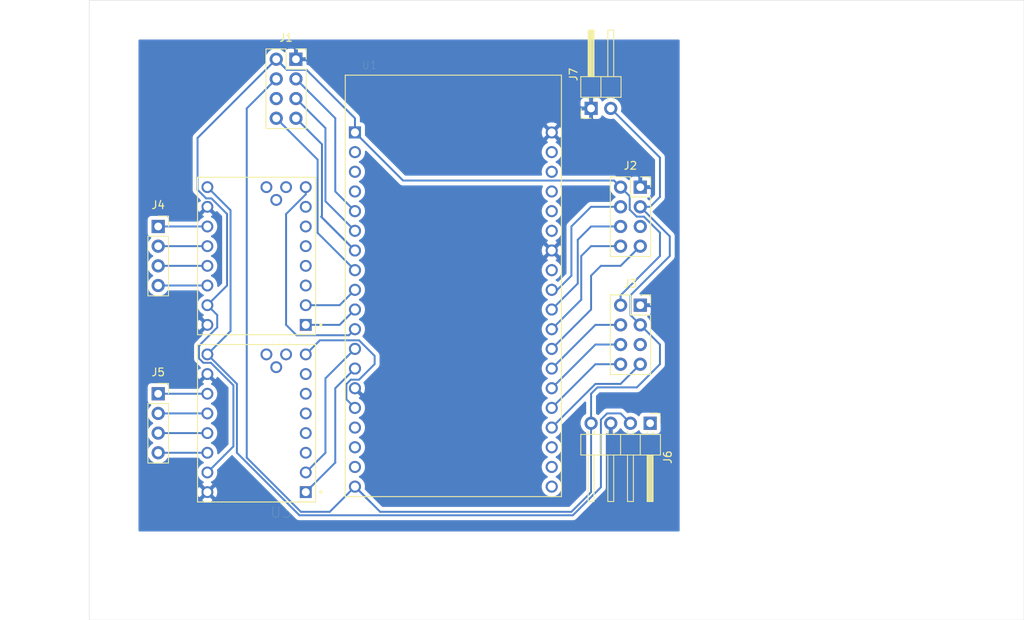
<source format=kicad_pcb>
(kicad_pcb (version 20171130) (host pcbnew "(5.1.7)-1")

  (general
    (thickness 1.6)
    (drawings 4)
    (tracks 147)
    (zones 0)
    (modules 10)
    (nets 66)
  )

  (page A4)
  (layers
    (0 F.Cu signal)
    (31 B.Cu signal)
    (32 B.Adhes user)
    (33 F.Adhes user)
    (34 B.Paste user)
    (35 F.Paste user)
    (36 B.SilkS user)
    (37 F.SilkS user)
    (38 B.Mask user)
    (39 F.Mask user)
    (40 Dwgs.User user)
    (41 Cmts.User user)
    (42 Eco1.User user)
    (43 Eco2.User user)
    (44 Edge.Cuts user)
    (45 Margin user)
    (46 B.CrtYd user)
    (47 F.CrtYd user)
    (48 B.Fab user)
    (49 F.Fab user)
  )

  (setup
    (last_trace_width 0.25)
    (trace_clearance 0.2)
    (zone_clearance 0.508)
    (zone_45_only no)
    (trace_min 0.2)
    (via_size 0.8)
    (via_drill 0.4)
    (via_min_size 0.4)
    (via_min_drill 0.3)
    (uvia_size 0.3)
    (uvia_drill 0.1)
    (uvias_allowed no)
    (uvia_min_size 0.2)
    (uvia_min_drill 0.1)
    (edge_width 0.05)
    (segment_width 0.2)
    (pcb_text_width 0.3)
    (pcb_text_size 1.5 1.5)
    (mod_edge_width 0.12)
    (mod_text_size 1 1)
    (mod_text_width 0.15)
    (pad_size 1.524 1.524)
    (pad_drill 0.762)
    (pad_to_mask_clearance 0)
    (aux_axis_origin 0 0)
    (visible_elements 7FFFFFFF)
    (pcbplotparams
      (layerselection 0x3d0fc_ffffffff)
      (usegerberextensions false)
      (usegerberattributes true)
      (usegerberadvancedattributes true)
      (creategerberjobfile true)
      (excludeedgelayer true)
      (linewidth 0.100000)
      (plotframeref false)
      (viasonmask false)
      (mode 1)
      (useauxorigin false)
      (hpglpennumber 1)
      (hpglpenspeed 20)
      (hpglpendiameter 15.000000)
      (psnegative false)
      (psa4output false)
      (plotreference true)
      (plotvalue true)
      (plotinvisibletext false)
      (padsonsilk false)
      (subtractmaskfromsilk false)
      (outputformat 1)
      (mirror false)
      (drillshape 0)
      (scaleselection 1)
      (outputdirectory "Fichier Gerber/"))
  )

  (net 0 "")
  (net 1 GND)
  (net 2 +5V)
  (net 3 "Net-(U1-Pad25)")
  (net 4 "Net-(U1-Pad24)")
  (net 5 "Net-(U1-Pad22)")
  (net 6 "Net-(U1-Pad21)")
  (net 7 "Net-(U1-Pad18)")
  (net 8 "Net-(U1-Pad17)")
  (net 9 "Net-(U1-Pad4)")
  (net 10 "Net-(U1-Pad3)")
  (net 11 I2C_CLK)
  (net 12 I2C_DATA)
  (net 13 B2)
  (net 14 B1)
  (net 15 GNDPWR)
  (net 16 +12V)
  (net 17 "Net-(U1-Pad2)")
  (net 18 "Net-(U1-Pad16)")
  (net 19 "Net-(U1-Pad23)")
  (net 20 "Net-(U1-Pad27)")
  (net 21 "Net-(U1-Pad36)")
  (net 22 "Net-(U1-Pad37)")
  (net 23 "Net-(U1-Pad38)")
  (net 24 "Net-(J1-Pad6)")
  (net 25 "Net-(J2-Pad5)")
  (net 26 "Net-(J3-Pad5)")
  (net 27 S1_0)
  (net 28 S2_0)
  (net 29 P_DATA_0)
  (net 30 P_CLK_0)
  (net 31 S1_1)
  (net 32 S2_1)
  (net 33 P_DATA_1)
  (net 34 P_CLK_1)
  (net 35 EN_1)
  (net 36 DIR_1)
  (net 37 PULS_1)
  (net 38 EN_0)
  (net 39 DIR_0)
  (net 40 PULS_0)
  (net 41 +3.3V)
  (net 42 "Net-(J4-Pad1)")
  (net 43 "Net-(J4-Pad2)")
  (net 44 "Net-(J4-Pad3)")
  (net 45 "Net-(J4-Pad4)")
  (net 46 "Net-(J5-Pad4)")
  (net 47 "Net-(J5-Pad3)")
  (net 48 "Net-(J5-Pad2)")
  (net 49 "Net-(J5-Pad1)")
  (net 50 "Net-(U2-PadJP1_7)")
  (net 51 "Net-(U2-PadJP1_6)")
  (net 52 "Net-(U2-PadJP1_5)")
  (net 53 "Net-(U2-PadJP1_4)")
  (net 54 "Net-(U2-PadJP1_3)")
  (net 55 "Net-(U2-PadJP5_1)")
  (net 56 "Net-(U2-PadJP4_1)")
  (net 57 "Net-(U2-PadJP3_1)")
  (net 58 "Net-(U3-PadJP3_1)")
  (net 59 "Net-(U3-PadJP4_1)")
  (net 60 "Net-(U3-PadJP5_1)")
  (net 61 "Net-(U3-PadJP1_3)")
  (net 62 "Net-(U3-PadJP1_4)")
  (net 63 "Net-(U3-PadJP1_5)")
  (net 64 "Net-(U3-PadJP1_6)")
  (net 65 "Net-(U3-PadJP1_7)")

  (net_class Default "This is the default net class."
    (clearance 0.2)
    (trace_width 0.25)
    (via_dia 0.8)
    (via_drill 0.4)
    (uvia_dia 0.3)
    (uvia_drill 0.1)
    (add_net +12V)
    (add_net +3.3V)
    (add_net +5V)
    (add_net B1)
    (add_net B2)
    (add_net DIR_0)
    (add_net DIR_1)
    (add_net EN_0)
    (add_net EN_1)
    (add_net GND)
    (add_net GNDPWR)
    (add_net I2C_CLK)
    (add_net I2C_DATA)
    (add_net "Net-(J1-Pad6)")
    (add_net "Net-(J2-Pad5)")
    (add_net "Net-(J3-Pad5)")
    (add_net "Net-(J4-Pad1)")
    (add_net "Net-(J4-Pad2)")
    (add_net "Net-(J4-Pad3)")
    (add_net "Net-(J4-Pad4)")
    (add_net "Net-(J5-Pad1)")
    (add_net "Net-(J5-Pad2)")
    (add_net "Net-(J5-Pad3)")
    (add_net "Net-(J5-Pad4)")
    (add_net "Net-(U1-Pad16)")
    (add_net "Net-(U1-Pad17)")
    (add_net "Net-(U1-Pad18)")
    (add_net "Net-(U1-Pad2)")
    (add_net "Net-(U1-Pad21)")
    (add_net "Net-(U1-Pad22)")
    (add_net "Net-(U1-Pad23)")
    (add_net "Net-(U1-Pad24)")
    (add_net "Net-(U1-Pad25)")
    (add_net "Net-(U1-Pad27)")
    (add_net "Net-(U1-Pad3)")
    (add_net "Net-(U1-Pad36)")
    (add_net "Net-(U1-Pad37)")
    (add_net "Net-(U1-Pad38)")
    (add_net "Net-(U1-Pad4)")
    (add_net "Net-(U2-PadJP1_3)")
    (add_net "Net-(U2-PadJP1_4)")
    (add_net "Net-(U2-PadJP1_5)")
    (add_net "Net-(U2-PadJP1_6)")
    (add_net "Net-(U2-PadJP1_7)")
    (add_net "Net-(U2-PadJP3_1)")
    (add_net "Net-(U2-PadJP4_1)")
    (add_net "Net-(U2-PadJP5_1)")
    (add_net "Net-(U3-PadJP1_3)")
    (add_net "Net-(U3-PadJP1_4)")
    (add_net "Net-(U3-PadJP1_5)")
    (add_net "Net-(U3-PadJP1_6)")
    (add_net "Net-(U3-PadJP1_7)")
    (add_net "Net-(U3-PadJP3_1)")
    (add_net "Net-(U3-PadJP4_1)")
    (add_net "Net-(U3-PadJP5_1)")
    (add_net PULS_0)
    (add_net PULS_1)
    (add_net P_CLK_0)
    (add_net P_CLK_1)
    (add_net P_DATA_0)
    (add_net P_DATA_1)
    (add_net S1_0)
    (add_net S1_1)
    (add_net S2_0)
    (add_net S2_1)
  )

  (module Connector_PinHeader_2.54mm:PinHeader_1x04_P2.54mm_Horizontal (layer F.Cu) (tedit 59FED5CB) (tstamp 5FBDCD11)
    (at 119.38 101.6 270)
    (descr "Through hole angled pin header, 1x04, 2.54mm pitch, 6mm pin length, single row")
    (tags "Through hole angled pin header THT 1x04 2.54mm single row")
    (path /5FC1022D)
    (fp_text reference J6 (at 4.385 -2.27 90) (layer F.SilkS)
      (effects (font (size 1 1) (thickness 0.15)))
    )
    (fp_text value DCDC_BOOSTER (at 4.385 9.89 90) (layer F.Fab)
      (effects (font (size 1 1) (thickness 0.15)))
    )
    (fp_line (start 10.55 -1.8) (end -1.8 -1.8) (layer F.CrtYd) (width 0.05))
    (fp_line (start 10.55 9.4) (end 10.55 -1.8) (layer F.CrtYd) (width 0.05))
    (fp_line (start -1.8 9.4) (end 10.55 9.4) (layer F.CrtYd) (width 0.05))
    (fp_line (start -1.8 -1.8) (end -1.8 9.4) (layer F.CrtYd) (width 0.05))
    (fp_line (start -1.27 -1.27) (end 0 -1.27) (layer F.SilkS) (width 0.12))
    (fp_line (start -1.27 0) (end -1.27 -1.27) (layer F.SilkS) (width 0.12))
    (fp_line (start 1.042929 8) (end 1.44 8) (layer F.SilkS) (width 0.12))
    (fp_line (start 1.042929 7.24) (end 1.44 7.24) (layer F.SilkS) (width 0.12))
    (fp_line (start 10.1 8) (end 4.1 8) (layer F.SilkS) (width 0.12))
    (fp_line (start 10.1 7.24) (end 10.1 8) (layer F.SilkS) (width 0.12))
    (fp_line (start 4.1 7.24) (end 10.1 7.24) (layer F.SilkS) (width 0.12))
    (fp_line (start 1.44 6.35) (end 4.1 6.35) (layer F.SilkS) (width 0.12))
    (fp_line (start 1.042929 5.46) (end 1.44 5.46) (layer F.SilkS) (width 0.12))
    (fp_line (start 1.042929 4.7) (end 1.44 4.7) (layer F.SilkS) (width 0.12))
    (fp_line (start 10.1 5.46) (end 4.1 5.46) (layer F.SilkS) (width 0.12))
    (fp_line (start 10.1 4.7) (end 10.1 5.46) (layer F.SilkS) (width 0.12))
    (fp_line (start 4.1 4.7) (end 10.1 4.7) (layer F.SilkS) (width 0.12))
    (fp_line (start 1.44 3.81) (end 4.1 3.81) (layer F.SilkS) (width 0.12))
    (fp_line (start 1.042929 2.92) (end 1.44 2.92) (layer F.SilkS) (width 0.12))
    (fp_line (start 1.042929 2.16) (end 1.44 2.16) (layer F.SilkS) (width 0.12))
    (fp_line (start 10.1 2.92) (end 4.1 2.92) (layer F.SilkS) (width 0.12))
    (fp_line (start 10.1 2.16) (end 10.1 2.92) (layer F.SilkS) (width 0.12))
    (fp_line (start 4.1 2.16) (end 10.1 2.16) (layer F.SilkS) (width 0.12))
    (fp_line (start 1.44 1.27) (end 4.1 1.27) (layer F.SilkS) (width 0.12))
    (fp_line (start 1.11 0.38) (end 1.44 0.38) (layer F.SilkS) (width 0.12))
    (fp_line (start 1.11 -0.38) (end 1.44 -0.38) (layer F.SilkS) (width 0.12))
    (fp_line (start 4.1 0.28) (end 10.1 0.28) (layer F.SilkS) (width 0.12))
    (fp_line (start 4.1 0.16) (end 10.1 0.16) (layer F.SilkS) (width 0.12))
    (fp_line (start 4.1 0.04) (end 10.1 0.04) (layer F.SilkS) (width 0.12))
    (fp_line (start 4.1 -0.08) (end 10.1 -0.08) (layer F.SilkS) (width 0.12))
    (fp_line (start 4.1 -0.2) (end 10.1 -0.2) (layer F.SilkS) (width 0.12))
    (fp_line (start 4.1 -0.32) (end 10.1 -0.32) (layer F.SilkS) (width 0.12))
    (fp_line (start 10.1 0.38) (end 4.1 0.38) (layer F.SilkS) (width 0.12))
    (fp_line (start 10.1 -0.38) (end 10.1 0.38) (layer F.SilkS) (width 0.12))
    (fp_line (start 4.1 -0.38) (end 10.1 -0.38) (layer F.SilkS) (width 0.12))
    (fp_line (start 4.1 -1.33) (end 1.44 -1.33) (layer F.SilkS) (width 0.12))
    (fp_line (start 4.1 8.95) (end 4.1 -1.33) (layer F.SilkS) (width 0.12))
    (fp_line (start 1.44 8.95) (end 4.1 8.95) (layer F.SilkS) (width 0.12))
    (fp_line (start 1.44 -1.33) (end 1.44 8.95) (layer F.SilkS) (width 0.12))
    (fp_line (start 4.04 7.94) (end 10.04 7.94) (layer F.Fab) (width 0.1))
    (fp_line (start 10.04 7.3) (end 10.04 7.94) (layer F.Fab) (width 0.1))
    (fp_line (start 4.04 7.3) (end 10.04 7.3) (layer F.Fab) (width 0.1))
    (fp_line (start -0.32 7.94) (end 1.5 7.94) (layer F.Fab) (width 0.1))
    (fp_line (start -0.32 7.3) (end -0.32 7.94) (layer F.Fab) (width 0.1))
    (fp_line (start -0.32 7.3) (end 1.5 7.3) (layer F.Fab) (width 0.1))
    (fp_line (start 4.04 5.4) (end 10.04 5.4) (layer F.Fab) (width 0.1))
    (fp_line (start 10.04 4.76) (end 10.04 5.4) (layer F.Fab) (width 0.1))
    (fp_line (start 4.04 4.76) (end 10.04 4.76) (layer F.Fab) (width 0.1))
    (fp_line (start -0.32 5.4) (end 1.5 5.4) (layer F.Fab) (width 0.1))
    (fp_line (start -0.32 4.76) (end -0.32 5.4) (layer F.Fab) (width 0.1))
    (fp_line (start -0.32 4.76) (end 1.5 4.76) (layer F.Fab) (width 0.1))
    (fp_line (start 4.04 2.86) (end 10.04 2.86) (layer F.Fab) (width 0.1))
    (fp_line (start 10.04 2.22) (end 10.04 2.86) (layer F.Fab) (width 0.1))
    (fp_line (start 4.04 2.22) (end 10.04 2.22) (layer F.Fab) (width 0.1))
    (fp_line (start -0.32 2.86) (end 1.5 2.86) (layer F.Fab) (width 0.1))
    (fp_line (start -0.32 2.22) (end -0.32 2.86) (layer F.Fab) (width 0.1))
    (fp_line (start -0.32 2.22) (end 1.5 2.22) (layer F.Fab) (width 0.1))
    (fp_line (start 4.04 0.32) (end 10.04 0.32) (layer F.Fab) (width 0.1))
    (fp_line (start 10.04 -0.32) (end 10.04 0.32) (layer F.Fab) (width 0.1))
    (fp_line (start 4.04 -0.32) (end 10.04 -0.32) (layer F.Fab) (width 0.1))
    (fp_line (start -0.32 0.32) (end 1.5 0.32) (layer F.Fab) (width 0.1))
    (fp_line (start -0.32 -0.32) (end -0.32 0.32) (layer F.Fab) (width 0.1))
    (fp_line (start -0.32 -0.32) (end 1.5 -0.32) (layer F.Fab) (width 0.1))
    (fp_line (start 1.5 -0.635) (end 2.135 -1.27) (layer F.Fab) (width 0.1))
    (fp_line (start 1.5 8.89) (end 1.5 -0.635) (layer F.Fab) (width 0.1))
    (fp_line (start 4.04 8.89) (end 1.5 8.89) (layer F.Fab) (width 0.1))
    (fp_line (start 4.04 -1.27) (end 4.04 8.89) (layer F.Fab) (width 0.1))
    (fp_line (start 2.135 -1.27) (end 4.04 -1.27) (layer F.Fab) (width 0.1))
    (fp_text user %R (at 2.77 3.81) (layer F.Fab)
      (effects (font (size 1 1) (thickness 0.15)))
    )
    (pad 4 thru_hole oval (at 0 7.62 270) (size 1.7 1.7) (drill 1) (layers *.Cu *.Mask)
      (net 2 +5V))
    (pad 3 thru_hole oval (at 0 5.08 270) (size 1.7 1.7) (drill 1) (layers *.Cu *.Mask)
      (net 1 GND))
    (pad 2 thru_hole oval (at 0 2.54 270) (size 1.7 1.7) (drill 1) (layers *.Cu *.Mask)
      (net 16 +12V))
    (pad 1 thru_hole rect (at 0 0 270) (size 1.7 1.7) (drill 1) (layers *.Cu *.Mask)
      (net 15 GNDPWR))
    (model ${KISYS3DMOD}/Connector_PinHeader_2.54mm.3dshapes/PinHeader_1x04_P2.54mm_Horizontal.wrl
      (at (xyz 0 0 0))
      (scale (xyz 1 1 1))
      (rotate (xyz 0 0 0))
    )
  )

  (module MODULE_ESP32:MODULE_ESP32-DEVKITC-32D (layer F.Cu) (tedit 5FBD7057) (tstamp 5FBDDB33)
    (at 93.98 83.82)
    (path /5FD9345E)
    (fp_text reference U1 (at -10.829175 -28.446045) (layer F.SilkS)
      (effects (font (size 1.000386 1.000386) (thickness 0.015)))
    )
    (fp_text value ESP32-DEVKITC-32D (at 1.24136 28.294535) (layer F.Fab)
      (effects (font (size 1.001047 1.001047) (thickness 0.015)))
    )
    (fp_circle (center -14.6 -19.9) (end -14.46 -19.9) (layer F.Fab) (width 0.28))
    (fp_circle (center -14.6 -19.9) (end -14.46 -19.9) (layer F.Fab) (width 0.28))
    (fp_line (start -14.2 27.5) (end -14.2 -27.4) (layer F.CrtYd) (width 0.05))
    (fp_line (start 14.2 27.5) (end -14.2 27.5) (layer F.CrtYd) (width 0.05))
    (fp_line (start 14.2 -27.4) (end 14.2 27.5) (layer F.CrtYd) (width 0.05))
    (fp_line (start -14.2 -27.4) (end 14.2 -27.4) (layer F.CrtYd) (width 0.05))
    (fp_line (start 13.95 27.25) (end -13.95 27.25) (layer F.SilkS) (width 0.127))
    (fp_line (start 13.95 -27.15) (end 13.95 27.25) (layer F.SilkS) (width 0.127))
    (fp_line (start -13.95 -27.15) (end 13.95 -27.15) (layer F.SilkS) (width 0.127))
    (fp_line (start -13.95 27.25) (end -13.95 -27.15) (layer F.SilkS) (width 0.127))
    (fp_line (start -13.95 27.25) (end -13.95 -27.15) (layer F.Fab) (width 0.127))
    (fp_line (start 13.95 27.25) (end -13.95 27.25) (layer F.Fab) (width 0.127))
    (fp_line (start 13.95 -27.15) (end 13.95 27.25) (layer F.Fab) (width 0.127))
    (fp_line (start -13.95 -27.15) (end 13.95 -27.15) (layer F.Fab) (width 0.127))
    (pad 1 thru_hole rect (at -12.7 -19.76) (size 1.56 1.56) (drill 1.04) (layers *.Cu *.Mask)
      (net 41 +3.3V))
    (pad 2 thru_hole circle (at -12.7 -17.22) (size 1.56 1.56) (drill 1.04) (layers *.Cu *.Mask)
      (net 17 "Net-(U1-Pad2)"))
    (pad 19 thru_hole circle (at -12.7 25.96) (size 1.56 1.56) (drill 1.04) (layers *.Cu *.Mask)
      (net 2 +5V))
    (pad 3 thru_hole circle (at -12.7 -14.68) (size 1.56 1.56) (drill 1.04) (layers *.Cu *.Mask)
      (net 10 "Net-(U1-Pad3)"))
    (pad 4 thru_hole circle (at -12.7 -12.14) (size 1.56 1.56) (drill 1.04) (layers *.Cu *.Mask)
      (net 9 "Net-(U1-Pad4)"))
    (pad 5 thru_hole circle (at -12.7 -9.6) (size 1.56 1.56) (drill 1.04) (layers *.Cu *.Mask)
      (net 14 B1))
    (pad 6 thru_hole circle (at -12.7 -7.06) (size 1.56 1.56) (drill 1.04) (layers *.Cu *.Mask)
      (net 13 B2))
    (pad 7 thru_hole circle (at -12.7 -4.52) (size 1.56 1.56) (drill 1.04) (layers *.Cu *.Mask)
      (net 11 I2C_CLK))
    (pad 8 thru_hole circle (at -12.7 -1.98) (size 1.56 1.56) (drill 1.04) (layers *.Cu *.Mask)
      (net 12 I2C_DATA))
    (pad 9 thru_hole circle (at -12.7 0.56) (size 1.56 1.56) (drill 1.04) (layers *.Cu *.Mask)
      (net 40 PULS_0))
    (pad 10 thru_hole circle (at -12.7 3.1) (size 1.56 1.56) (drill 1.04) (layers *.Cu *.Mask)
      (net 39 DIR_0))
    (pad 11 thru_hole circle (at -12.7 5.64) (size 1.56 1.56) (drill 1.04) (layers *.Cu *.Mask)
      (net 38 EN_0))
    (pad 12 thru_hole circle (at -12.7 8.18) (size 1.56 1.56) (drill 1.04) (layers *.Cu *.Mask)
      (net 37 PULS_1))
    (pad 13 thru_hole circle (at -12.7 10.72) (size 1.56 1.56) (drill 1.04) (layers *.Cu *.Mask)
      (net 36 DIR_1))
    (pad 14 thru_hole circle (at -12.7 13.26) (size 1.56 1.56) (drill 1.04) (layers *.Cu *.Mask)
      (net 1 GND))
    (pad 15 thru_hole circle (at -12.7 15.8) (size 1.56 1.56) (drill 1.04) (layers *.Cu *.Mask)
      (net 35 EN_1))
    (pad 16 thru_hole circle (at -12.7 18.34) (size 1.56 1.56) (drill 1.04) (layers *.Cu *.Mask)
      (net 18 "Net-(U1-Pad16)"))
    (pad 17 thru_hole circle (at -12.7 20.88) (size 1.56 1.56) (drill 1.04) (layers *.Cu *.Mask)
      (net 8 "Net-(U1-Pad17)"))
    (pad 18 thru_hole circle (at -12.7 23.42) (size 1.56 1.56) (drill 1.04) (layers *.Cu *.Mask)
      (net 7 "Net-(U1-Pad18)"))
    (pad 20 thru_hole circle (at 12.7 -19.76) (size 1.56 1.56) (drill 1.04) (layers *.Cu *.Mask)
      (net 1 GND))
    (pad 21 thru_hole circle (at 12.7 -17.22) (size 1.56 1.56) (drill 1.04) (layers *.Cu *.Mask)
      (net 6 "Net-(U1-Pad21)"))
    (pad 22 thru_hole circle (at 12.7 -14.68) (size 1.56 1.56) (drill 1.04) (layers *.Cu *.Mask)
      (net 5 "Net-(U1-Pad22)"))
    (pad 23 thru_hole circle (at 12.7 -12.14) (size 1.56 1.56) (drill 1.04) (layers *.Cu *.Mask)
      (net 19 "Net-(U1-Pad23)"))
    (pad 24 thru_hole circle (at 12.7 -9.6) (size 1.56 1.56) (drill 1.04) (layers *.Cu *.Mask)
      (net 4 "Net-(U1-Pad24)"))
    (pad 25 thru_hole circle (at 12.7 -7.06) (size 1.56 1.56) (drill 1.04) (layers *.Cu *.Mask)
      (net 3 "Net-(U1-Pad25)"))
    (pad 26 thru_hole circle (at 12.7 -4.52) (size 1.56 1.56) (drill 1.04) (layers *.Cu *.Mask)
      (net 1 GND))
    (pad 27 thru_hole circle (at 12.7 -1.98) (size 1.56 1.56) (drill 1.04) (layers *.Cu *.Mask)
      (net 20 "Net-(U1-Pad27)"))
    (pad 28 thru_hole circle (at 12.7 0.56) (size 1.56 1.56) (drill 1.04) (layers *.Cu *.Mask)
      (net 30 P_CLK_0))
    (pad 29 thru_hole circle (at 12.7 3.1) (size 1.56 1.56) (drill 1.04) (layers *.Cu *.Mask)
      (net 29 P_DATA_0))
    (pad 30 thru_hole circle (at 12.7 5.64) (size 1.56 1.56) (drill 1.04) (layers *.Cu *.Mask)
      (net 27 S1_0))
    (pad 31 thru_hole circle (at 12.7 8.18) (size 1.56 1.56) (drill 1.04) (layers *.Cu *.Mask)
      (net 28 S2_0))
    (pad 32 thru_hole circle (at 12.7 10.72) (size 1.56 1.56) (drill 1.04) (layers *.Cu *.Mask)
      (net 34 P_CLK_1))
    (pad 33 thru_hole circle (at 12.7 13.26) (size 1.56 1.56) (drill 1.04) (layers *.Cu *.Mask)
      (net 33 P_DATA_1))
    (pad 34 thru_hole circle (at 12.7 15.8) (size 1.56 1.56) (drill 1.04) (layers *.Cu *.Mask)
      (net 31 S1_1))
    (pad 35 thru_hole circle (at 12.7 18.34) (size 1.56 1.56) (drill 1.04) (layers *.Cu *.Mask)
      (net 32 S2_1))
    (pad 36 thru_hole circle (at 12.7 20.88) (size 1.56 1.56) (drill 1.04) (layers *.Cu *.Mask)
      (net 21 "Net-(U1-Pad36)"))
    (pad 37 thru_hole circle (at 12.7 23.42) (size 1.56 1.56) (drill 1.04) (layers *.Cu *.Mask)
      (net 22 "Net-(U1-Pad37)"))
    (pad 38 thru_hole circle (at 12.7 25.96) (size 1.56 1.56) (drill 1.04) (layers *.Cu *.Mask)
      (net 23 "Net-(U1-Pad38)"))
  )

  (module Connector_PinHeader_2.54mm:PinHeader_1x02_P2.54mm_Horizontal (layer F.Cu) (tedit 59FED5CB) (tstamp 5FBDCD44)
    (at 111.76 60.96 90)
    (descr "Through hole angled pin header, 1x02, 2.54mm pitch, 6mm pin length, single row")
    (tags "Through hole angled pin header THT 1x02 2.54mm single row")
    (path /5FEC850C)
    (fp_text reference J7 (at 4.385 -2.27 90) (layer F.SilkS)
      (effects (font (size 1 1) (thickness 0.15)))
    )
    (fp_text value Conn_01x02_Male (at 4.385 4.81 90) (layer F.Fab)
      (effects (font (size 1 1) (thickness 0.15)))
    )
    (fp_line (start 10.55 -1.8) (end -1.8 -1.8) (layer F.CrtYd) (width 0.05))
    (fp_line (start 10.55 4.35) (end 10.55 -1.8) (layer F.CrtYd) (width 0.05))
    (fp_line (start -1.8 4.35) (end 10.55 4.35) (layer F.CrtYd) (width 0.05))
    (fp_line (start -1.8 -1.8) (end -1.8 4.35) (layer F.CrtYd) (width 0.05))
    (fp_line (start -1.27 -1.27) (end 0 -1.27) (layer F.SilkS) (width 0.12))
    (fp_line (start -1.27 0) (end -1.27 -1.27) (layer F.SilkS) (width 0.12))
    (fp_line (start 1.042929 2.92) (end 1.44 2.92) (layer F.SilkS) (width 0.12))
    (fp_line (start 1.042929 2.16) (end 1.44 2.16) (layer F.SilkS) (width 0.12))
    (fp_line (start 10.1 2.92) (end 4.1 2.92) (layer F.SilkS) (width 0.12))
    (fp_line (start 10.1 2.16) (end 10.1 2.92) (layer F.SilkS) (width 0.12))
    (fp_line (start 4.1 2.16) (end 10.1 2.16) (layer F.SilkS) (width 0.12))
    (fp_line (start 1.44 1.27) (end 4.1 1.27) (layer F.SilkS) (width 0.12))
    (fp_line (start 1.11 0.38) (end 1.44 0.38) (layer F.SilkS) (width 0.12))
    (fp_line (start 1.11 -0.38) (end 1.44 -0.38) (layer F.SilkS) (width 0.12))
    (fp_line (start 4.1 0.28) (end 10.1 0.28) (layer F.SilkS) (width 0.12))
    (fp_line (start 4.1 0.16) (end 10.1 0.16) (layer F.SilkS) (width 0.12))
    (fp_line (start 4.1 0.04) (end 10.1 0.04) (layer F.SilkS) (width 0.12))
    (fp_line (start 4.1 -0.08) (end 10.1 -0.08) (layer F.SilkS) (width 0.12))
    (fp_line (start 4.1 -0.2) (end 10.1 -0.2) (layer F.SilkS) (width 0.12))
    (fp_line (start 4.1 -0.32) (end 10.1 -0.32) (layer F.SilkS) (width 0.12))
    (fp_line (start 10.1 0.38) (end 4.1 0.38) (layer F.SilkS) (width 0.12))
    (fp_line (start 10.1 -0.38) (end 10.1 0.38) (layer F.SilkS) (width 0.12))
    (fp_line (start 4.1 -0.38) (end 10.1 -0.38) (layer F.SilkS) (width 0.12))
    (fp_line (start 4.1 -1.33) (end 1.44 -1.33) (layer F.SilkS) (width 0.12))
    (fp_line (start 4.1 3.87) (end 4.1 -1.33) (layer F.SilkS) (width 0.12))
    (fp_line (start 1.44 3.87) (end 4.1 3.87) (layer F.SilkS) (width 0.12))
    (fp_line (start 1.44 -1.33) (end 1.44 3.87) (layer F.SilkS) (width 0.12))
    (fp_line (start 4.04 2.86) (end 10.04 2.86) (layer F.Fab) (width 0.1))
    (fp_line (start 10.04 2.22) (end 10.04 2.86) (layer F.Fab) (width 0.1))
    (fp_line (start 4.04 2.22) (end 10.04 2.22) (layer F.Fab) (width 0.1))
    (fp_line (start -0.32 2.86) (end 1.5 2.86) (layer F.Fab) (width 0.1))
    (fp_line (start -0.32 2.22) (end -0.32 2.86) (layer F.Fab) (width 0.1))
    (fp_line (start -0.32 2.22) (end 1.5 2.22) (layer F.Fab) (width 0.1))
    (fp_line (start 4.04 0.32) (end 10.04 0.32) (layer F.Fab) (width 0.1))
    (fp_line (start 10.04 -0.32) (end 10.04 0.32) (layer F.Fab) (width 0.1))
    (fp_line (start 4.04 -0.32) (end 10.04 -0.32) (layer F.Fab) (width 0.1))
    (fp_line (start -0.32 0.32) (end 1.5 0.32) (layer F.Fab) (width 0.1))
    (fp_line (start -0.32 -0.32) (end -0.32 0.32) (layer F.Fab) (width 0.1))
    (fp_line (start -0.32 -0.32) (end 1.5 -0.32) (layer F.Fab) (width 0.1))
    (fp_line (start 1.5 -0.635) (end 2.135 -1.27) (layer F.Fab) (width 0.1))
    (fp_line (start 1.5 3.81) (end 1.5 -0.635) (layer F.Fab) (width 0.1))
    (fp_line (start 4.04 3.81) (end 1.5 3.81) (layer F.Fab) (width 0.1))
    (fp_line (start 4.04 -1.27) (end 4.04 3.81) (layer F.Fab) (width 0.1))
    (fp_line (start 2.135 -1.27) (end 4.04 -1.27) (layer F.Fab) (width 0.1))
    (fp_text user %R (at 2.77 1.27) (layer F.Fab)
      (effects (font (size 1 1) (thickness 0.15)))
    )
    (pad 2 thru_hole oval (at 0 2.54 90) (size 1.7 1.7) (drill 1) (layers *.Cu *.Mask)
      (net 2 +5V))
    (pad 1 thru_hole rect (at 0 0 90) (size 1.7 1.7) (drill 1) (layers *.Cu *.Mask)
      (net 1 GND))
    (model ${KISYS3DMOD}/Connector_PinHeader_2.54mm.3dshapes/PinHeader_1x02_P2.54mm_Horizontal.wrl
      (at (xyz 0 0 0))
      (scale (xyz 1 1 1))
      (rotate (xyz 0 0 0))
    )
  )

  (module Connector_PinSocket_2.54mm:PinSocket_2x04_P2.54mm_Vertical (layer F.Cu) (tedit 5A19A422) (tstamp 5FBDCBC2)
    (at 118.11 86.36)
    (descr "Through hole straight socket strip, 2x04, 2.54mm pitch, double cols (from Kicad 4.0.7), script generated")
    (tags "Through hole socket strip THT 2x04 2.54mm double row")
    (path /5FC81FB0)
    (fp_text reference J3 (at -1.27 -2.77) (layer F.SilkS)
      (effects (font (size 1 1) (thickness 0.15)))
    )
    (fp_text value GLASS_1 (at -1.27 10.39) (layer F.Fab)
      (effects (font (size 1 1) (thickness 0.15)))
    )
    (fp_line (start -4.34 9.4) (end -4.34 -1.8) (layer F.CrtYd) (width 0.05))
    (fp_line (start 1.76 9.4) (end -4.34 9.4) (layer F.CrtYd) (width 0.05))
    (fp_line (start 1.76 -1.8) (end 1.76 9.4) (layer F.CrtYd) (width 0.05))
    (fp_line (start -4.34 -1.8) (end 1.76 -1.8) (layer F.CrtYd) (width 0.05))
    (fp_line (start 0 -1.33) (end 1.33 -1.33) (layer F.SilkS) (width 0.12))
    (fp_line (start 1.33 -1.33) (end 1.33 0) (layer F.SilkS) (width 0.12))
    (fp_line (start -1.27 -1.33) (end -1.27 1.27) (layer F.SilkS) (width 0.12))
    (fp_line (start -1.27 1.27) (end 1.33 1.27) (layer F.SilkS) (width 0.12))
    (fp_line (start 1.33 1.27) (end 1.33 8.95) (layer F.SilkS) (width 0.12))
    (fp_line (start -3.87 8.95) (end 1.33 8.95) (layer F.SilkS) (width 0.12))
    (fp_line (start -3.87 -1.33) (end -3.87 8.95) (layer F.SilkS) (width 0.12))
    (fp_line (start -3.87 -1.33) (end -1.27 -1.33) (layer F.SilkS) (width 0.12))
    (fp_line (start -3.81 8.89) (end -3.81 -1.27) (layer F.Fab) (width 0.1))
    (fp_line (start 1.27 8.89) (end -3.81 8.89) (layer F.Fab) (width 0.1))
    (fp_line (start 1.27 -0.27) (end 1.27 8.89) (layer F.Fab) (width 0.1))
    (fp_line (start 0.27 -1.27) (end 1.27 -0.27) (layer F.Fab) (width 0.1))
    (fp_line (start -3.81 -1.27) (end 0.27 -1.27) (layer F.Fab) (width 0.1))
    (fp_text user %R (at -1.27 3.81 90) (layer F.Fab)
      (effects (font (size 1 1) (thickness 0.15)))
    )
    (pad 8 thru_hole oval (at -2.54 7.62) (size 1.7 1.7) (drill 1) (layers *.Cu *.Mask)
      (net 31 S1_1))
    (pad 7 thru_hole oval (at 0 7.62) (size 1.7 1.7) (drill 1) (layers *.Cu *.Mask)
      (net 32 S2_1))
    (pad 6 thru_hole oval (at -2.54 5.08) (size 1.7 1.7) (drill 1) (layers *.Cu *.Mask)
      (net 33 P_DATA_1))
    (pad 5 thru_hole oval (at 0 5.08) (size 1.7 1.7) (drill 1) (layers *.Cu *.Mask)
      (net 26 "Net-(J3-Pad5)"))
    (pad 4 thru_hole oval (at -2.54 2.54) (size 1.7 1.7) (drill 1) (layers *.Cu *.Mask)
      (net 34 P_CLK_1))
    (pad 3 thru_hole oval (at 0 2.54) (size 1.7 1.7) (drill 1) (layers *.Cu *.Mask)
      (net 2 +5V))
    (pad 2 thru_hole oval (at -2.54 0) (size 1.7 1.7) (drill 1) (layers *.Cu *.Mask)
      (net 41 +3.3V))
    (pad 1 thru_hole rect (at 0 0) (size 1.7 1.7) (drill 1) (layers *.Cu *.Mask)
      (net 1 GND))
    (model ${KISYS3DMOD}/Connector_PinSocket_2.54mm.3dshapes/PinSocket_2x04_P2.54mm_Vertical.wrl
      (at (xyz 0 0 0))
      (scale (xyz 1 1 1))
      (rotate (xyz 0 0 0))
    )
  )

  (module Connector_PinSocket_2.54mm:PinSocket_2x04_P2.54mm_Vertical (layer F.Cu) (tedit 5A19A422) (tstamp 5FBDCBA4)
    (at 118.11 71.12)
    (descr "Through hole straight socket strip, 2x04, 2.54mm pitch, double cols (from Kicad 4.0.7), script generated")
    (tags "Through hole socket strip THT 2x04 2.54mm double row")
    (path /5FC8122B)
    (fp_text reference J2 (at -1.27 -2.77) (layer F.SilkS)
      (effects (font (size 1 1) (thickness 0.15)))
    )
    (fp_text value GLASS_0 (at -1.27 10.39) (layer F.Fab)
      (effects (font (size 1 1) (thickness 0.15)))
    )
    (fp_line (start -4.34 9.4) (end -4.34 -1.8) (layer F.CrtYd) (width 0.05))
    (fp_line (start 1.76 9.4) (end -4.34 9.4) (layer F.CrtYd) (width 0.05))
    (fp_line (start 1.76 -1.8) (end 1.76 9.4) (layer F.CrtYd) (width 0.05))
    (fp_line (start -4.34 -1.8) (end 1.76 -1.8) (layer F.CrtYd) (width 0.05))
    (fp_line (start 0 -1.33) (end 1.33 -1.33) (layer F.SilkS) (width 0.12))
    (fp_line (start 1.33 -1.33) (end 1.33 0) (layer F.SilkS) (width 0.12))
    (fp_line (start -1.27 -1.33) (end -1.27 1.27) (layer F.SilkS) (width 0.12))
    (fp_line (start -1.27 1.27) (end 1.33 1.27) (layer F.SilkS) (width 0.12))
    (fp_line (start 1.33 1.27) (end 1.33 8.95) (layer F.SilkS) (width 0.12))
    (fp_line (start -3.87 8.95) (end 1.33 8.95) (layer F.SilkS) (width 0.12))
    (fp_line (start -3.87 -1.33) (end -3.87 8.95) (layer F.SilkS) (width 0.12))
    (fp_line (start -3.87 -1.33) (end -1.27 -1.33) (layer F.SilkS) (width 0.12))
    (fp_line (start -3.81 8.89) (end -3.81 -1.27) (layer F.Fab) (width 0.1))
    (fp_line (start 1.27 8.89) (end -3.81 8.89) (layer F.Fab) (width 0.1))
    (fp_line (start 1.27 -0.27) (end 1.27 8.89) (layer F.Fab) (width 0.1))
    (fp_line (start 0.27 -1.27) (end 1.27 -0.27) (layer F.Fab) (width 0.1))
    (fp_line (start -3.81 -1.27) (end 0.27 -1.27) (layer F.Fab) (width 0.1))
    (fp_text user %R (at -1.27 3.81 90) (layer F.Fab)
      (effects (font (size 1 1) (thickness 0.15)))
    )
    (pad 8 thru_hole oval (at -2.54 7.62) (size 1.7 1.7) (drill 1) (layers *.Cu *.Mask)
      (net 27 S1_0))
    (pad 7 thru_hole oval (at 0 7.62) (size 1.7 1.7) (drill 1) (layers *.Cu *.Mask)
      (net 28 S2_0))
    (pad 6 thru_hole oval (at -2.54 5.08) (size 1.7 1.7) (drill 1) (layers *.Cu *.Mask)
      (net 29 P_DATA_0))
    (pad 5 thru_hole oval (at 0 5.08) (size 1.7 1.7) (drill 1) (layers *.Cu *.Mask)
      (net 25 "Net-(J2-Pad5)"))
    (pad 4 thru_hole oval (at -2.54 2.54) (size 1.7 1.7) (drill 1) (layers *.Cu *.Mask)
      (net 30 P_CLK_0))
    (pad 3 thru_hole oval (at 0 2.54) (size 1.7 1.7) (drill 1) (layers *.Cu *.Mask)
      (net 2 +5V))
    (pad 2 thru_hole oval (at -2.54 0) (size 1.7 1.7) (drill 1) (layers *.Cu *.Mask)
      (net 41 +3.3V))
    (pad 1 thru_hole rect (at 0 0) (size 1.7 1.7) (drill 1) (layers *.Cu *.Mask)
      (net 1 GND))
    (model ${KISYS3DMOD}/Connector_PinSocket_2.54mm.3dshapes/PinSocket_2x04_P2.54mm_Vertical.wrl
      (at (xyz 0 0 0))
      (scale (xyz 1 1 1))
      (rotate (xyz 0 0 0))
    )
  )

  (module Connector_PinSocket_2.54mm:PinSocket_2x04_P2.54mm_Vertical (layer F.Cu) (tedit 5A19A422) (tstamp 5FBDCB86)
    (at 73.66 54.61)
    (descr "Through hole straight socket strip, 2x04, 2.54mm pitch, double cols (from Kicad 4.0.7), script generated")
    (tags "Through hole socket strip THT 2x04 2.54mm double row")
    (path /5FC7EF44)
    (fp_text reference J1 (at -1.27 -2.77) (layer F.SilkS)
      (effects (font (size 1 1) (thickness 0.15)))
    )
    (fp_text value CMD_PAN (at -1.27 10.39) (layer F.Fab)
      (effects (font (size 1 1) (thickness 0.15)))
    )
    (fp_line (start -4.34 9.4) (end -4.34 -1.8) (layer F.CrtYd) (width 0.05))
    (fp_line (start 1.76 9.4) (end -4.34 9.4) (layer F.CrtYd) (width 0.05))
    (fp_line (start 1.76 -1.8) (end 1.76 9.4) (layer F.CrtYd) (width 0.05))
    (fp_line (start -4.34 -1.8) (end 1.76 -1.8) (layer F.CrtYd) (width 0.05))
    (fp_line (start 0 -1.33) (end 1.33 -1.33) (layer F.SilkS) (width 0.12))
    (fp_line (start 1.33 -1.33) (end 1.33 0) (layer F.SilkS) (width 0.12))
    (fp_line (start -1.27 -1.33) (end -1.27 1.27) (layer F.SilkS) (width 0.12))
    (fp_line (start -1.27 1.27) (end 1.33 1.27) (layer F.SilkS) (width 0.12))
    (fp_line (start 1.33 1.27) (end 1.33 8.95) (layer F.SilkS) (width 0.12))
    (fp_line (start -3.87 8.95) (end 1.33 8.95) (layer F.SilkS) (width 0.12))
    (fp_line (start -3.87 -1.33) (end -3.87 8.95) (layer F.SilkS) (width 0.12))
    (fp_line (start -3.87 -1.33) (end -1.27 -1.33) (layer F.SilkS) (width 0.12))
    (fp_line (start -3.81 8.89) (end -3.81 -1.27) (layer F.Fab) (width 0.1))
    (fp_line (start 1.27 8.89) (end -3.81 8.89) (layer F.Fab) (width 0.1))
    (fp_line (start 1.27 -0.27) (end 1.27 8.89) (layer F.Fab) (width 0.1))
    (fp_line (start 0.27 -1.27) (end 1.27 -0.27) (layer F.Fab) (width 0.1))
    (fp_line (start -3.81 -1.27) (end 0.27 -1.27) (layer F.Fab) (width 0.1))
    (fp_text user %R (at -1.27 3.81 90) (layer F.Fab)
      (effects (font (size 1 1) (thickness 0.15)))
    )
    (pad 8 thru_hole oval (at -2.54 7.62) (size 1.7 1.7) (drill 1) (layers *.Cu *.Mask)
      (net 12 I2C_DATA))
    (pad 7 thru_hole oval (at 0 7.62) (size 1.7 1.7) (drill 1) (layers *.Cu *.Mask)
      (net 11 I2C_CLK))
    (pad 6 thru_hole oval (at -2.54 5.08) (size 1.7 1.7) (drill 1) (layers *.Cu *.Mask)
      (net 24 "Net-(J1-Pad6)"))
    (pad 5 thru_hole oval (at 0 5.08) (size 1.7 1.7) (drill 1) (layers *.Cu *.Mask)
      (net 13 B2))
    (pad 4 thru_hole oval (at -2.54 2.54) (size 1.7 1.7) (drill 1) (layers *.Cu *.Mask)
      (net 2 +5V))
    (pad 3 thru_hole oval (at 0 2.54) (size 1.7 1.7) (drill 1) (layers *.Cu *.Mask)
      (net 14 B1))
    (pad 2 thru_hole oval (at -2.54 0) (size 1.7 1.7) (drill 1) (layers *.Cu *.Mask)
      (net 41 +3.3V))
    (pad 1 thru_hole rect (at 0 0) (size 1.7 1.7) (drill 1) (layers *.Cu *.Mask)
      (net 1 GND))
    (model ${KISYS3DMOD}/Connector_PinSocket_2.54mm.3dshapes/PinSocket_2x04_P2.54mm_Vertical.wrl
      (at (xyz 0 0 0))
      (scale (xyz 1 1 1))
      (rotate (xyz 0 0 0))
    )
  )

  (module Connector_PinSocket_2.54mm:PinSocket_1x04_P2.54mm_Vertical (layer F.Cu) (tedit 5A19A429) (tstamp 6053B33C)
    (at 55.88 76.2)
    (descr "Through hole straight socket strip, 1x04, 2.54mm pitch, single row (from Kicad 4.0.7), script generated")
    (tags "Through hole socket strip THT 1x04 2.54mm single row")
    (path /60571D4E)
    (fp_text reference J4 (at 0 -2.77) (layer F.SilkS)
      (effects (font (size 1 1) (thickness 0.15)))
    )
    (fp_text value Conn_01x04_Female (at 0 10.39) (layer F.Fab)
      (effects (font (size 1 1) (thickness 0.15)))
    )
    (fp_line (start -1.8 9.4) (end -1.8 -1.8) (layer F.CrtYd) (width 0.05))
    (fp_line (start 1.75 9.4) (end -1.8 9.4) (layer F.CrtYd) (width 0.05))
    (fp_line (start 1.75 -1.8) (end 1.75 9.4) (layer F.CrtYd) (width 0.05))
    (fp_line (start -1.8 -1.8) (end 1.75 -1.8) (layer F.CrtYd) (width 0.05))
    (fp_line (start 0 -1.33) (end 1.33 -1.33) (layer F.SilkS) (width 0.12))
    (fp_line (start 1.33 -1.33) (end 1.33 0) (layer F.SilkS) (width 0.12))
    (fp_line (start 1.33 1.27) (end 1.33 8.95) (layer F.SilkS) (width 0.12))
    (fp_line (start -1.33 8.95) (end 1.33 8.95) (layer F.SilkS) (width 0.12))
    (fp_line (start -1.33 1.27) (end -1.33 8.95) (layer F.SilkS) (width 0.12))
    (fp_line (start -1.33 1.27) (end 1.33 1.27) (layer F.SilkS) (width 0.12))
    (fp_line (start -1.27 8.89) (end -1.27 -1.27) (layer F.Fab) (width 0.1))
    (fp_line (start 1.27 8.89) (end -1.27 8.89) (layer F.Fab) (width 0.1))
    (fp_line (start 1.27 -0.635) (end 1.27 8.89) (layer F.Fab) (width 0.1))
    (fp_line (start 0.635 -1.27) (end 1.27 -0.635) (layer F.Fab) (width 0.1))
    (fp_line (start -1.27 -1.27) (end 0.635 -1.27) (layer F.Fab) (width 0.1))
    (fp_text user %R (at 0 3.81 90) (layer F.Fab)
      (effects (font (size 1 1) (thickness 0.15)))
    )
    (pad 1 thru_hole rect (at 0 0) (size 1.7 1.7) (drill 1) (layers *.Cu *.Mask)
      (net 42 "Net-(J4-Pad1)"))
    (pad 2 thru_hole oval (at 0 2.54) (size 1.7 1.7) (drill 1) (layers *.Cu *.Mask)
      (net 43 "Net-(J4-Pad2)"))
    (pad 3 thru_hole oval (at 0 5.08) (size 1.7 1.7) (drill 1) (layers *.Cu *.Mask)
      (net 44 "Net-(J4-Pad3)"))
    (pad 4 thru_hole oval (at 0 7.62) (size 1.7 1.7) (drill 1) (layers *.Cu *.Mask)
      (net 45 "Net-(J4-Pad4)"))
    (model ${KISYS3DMOD}/Connector_PinSocket_2.54mm.3dshapes/PinSocket_1x04_P2.54mm_Vertical.wrl
      (at (xyz 0 0 0))
      (scale (xyz 1 1 1))
      (rotate (xyz 0 0 0))
    )
  )

  (module Connector_PinSocket_2.54mm:PinSocket_1x04_P2.54mm_Vertical (layer F.Cu) (tedit 5A19A429) (tstamp 6053B354)
    (at 55.88 97.79)
    (descr "Through hole straight socket strip, 1x04, 2.54mm pitch, single row (from Kicad 4.0.7), script generated")
    (tags "Through hole socket strip THT 1x04 2.54mm single row")
    (path /6057724B)
    (fp_text reference J5 (at 0 -2.77) (layer F.SilkS)
      (effects (font (size 1 1) (thickness 0.15)))
    )
    (fp_text value Conn_01x04_Female (at 0 10.39) (layer F.Fab)
      (effects (font (size 1 1) (thickness 0.15)))
    )
    (fp_text user %R (at 0 3.81 90) (layer F.Fab)
      (effects (font (size 1 1) (thickness 0.15)))
    )
    (fp_line (start -1.27 -1.27) (end 0.635 -1.27) (layer F.Fab) (width 0.1))
    (fp_line (start 0.635 -1.27) (end 1.27 -0.635) (layer F.Fab) (width 0.1))
    (fp_line (start 1.27 -0.635) (end 1.27 8.89) (layer F.Fab) (width 0.1))
    (fp_line (start 1.27 8.89) (end -1.27 8.89) (layer F.Fab) (width 0.1))
    (fp_line (start -1.27 8.89) (end -1.27 -1.27) (layer F.Fab) (width 0.1))
    (fp_line (start -1.33 1.27) (end 1.33 1.27) (layer F.SilkS) (width 0.12))
    (fp_line (start -1.33 1.27) (end -1.33 8.95) (layer F.SilkS) (width 0.12))
    (fp_line (start -1.33 8.95) (end 1.33 8.95) (layer F.SilkS) (width 0.12))
    (fp_line (start 1.33 1.27) (end 1.33 8.95) (layer F.SilkS) (width 0.12))
    (fp_line (start 1.33 -1.33) (end 1.33 0) (layer F.SilkS) (width 0.12))
    (fp_line (start 0 -1.33) (end 1.33 -1.33) (layer F.SilkS) (width 0.12))
    (fp_line (start -1.8 -1.8) (end 1.75 -1.8) (layer F.CrtYd) (width 0.05))
    (fp_line (start 1.75 -1.8) (end 1.75 9.4) (layer F.CrtYd) (width 0.05))
    (fp_line (start 1.75 9.4) (end -1.8 9.4) (layer F.CrtYd) (width 0.05))
    (fp_line (start -1.8 9.4) (end -1.8 -1.8) (layer F.CrtYd) (width 0.05))
    (pad 4 thru_hole oval (at 0 7.62) (size 1.7 1.7) (drill 1) (layers *.Cu *.Mask)
      (net 46 "Net-(J5-Pad4)"))
    (pad 3 thru_hole oval (at 0 5.08) (size 1.7 1.7) (drill 1) (layers *.Cu *.Mask)
      (net 47 "Net-(J5-Pad3)"))
    (pad 2 thru_hole oval (at 0 2.54) (size 1.7 1.7) (drill 1) (layers *.Cu *.Mask)
      (net 48 "Net-(J5-Pad2)"))
    (pad 1 thru_hole rect (at 0 0) (size 1.7 1.7) (drill 1) (layers *.Cu *.Mask)
      (net 49 "Net-(J5-Pad1)"))
    (model ${KISYS3DMOD}/Connector_PinSocket_2.54mm.3dshapes/PinSocket_1x04_P2.54mm_Vertical.wrl
      (at (xyz 0 0 0))
      (scale (xyz 1 1 1))
      (rotate (xyz 0 0 0))
    )
  )

  (module MODULE_ESP32:MODULE_TMC2208_SILENTSTEPSTICK (layer F.Cu) (tedit 6053521E) (tstamp 6053B4FF)
    (at 68.58 80.01 180)
    (path /60567717)
    (fp_text reference U2 (at -3.155 -11.489) (layer F.SilkS)
      (effects (font (size 1.4 1.4) (thickness 0.015)))
    )
    (fp_text value TMC2208_SILENTSTEPSTICK (at 19.07 11.411) (layer F.Fab)
      (effects (font (size 1.4 1.4) (thickness 0.015)))
    )
    (fp_circle (center -8.3 -8.89) (end -8.2 -8.89) (layer F.Fab) (width 0.2))
    (fp_circle (center -8.3 -8.89) (end -8.2 -8.89) (layer F.SilkS) (width 0.2))
    (fp_line (start 7.87 -10.41) (end 7.87 10.41) (layer F.CrtYd) (width 0.05))
    (fp_line (start -7.87 -10.41) (end 7.87 -10.41) (layer F.CrtYd) (width 0.05))
    (fp_line (start -7.87 10.41) (end 7.87 10.41) (layer F.CrtYd) (width 0.05))
    (fp_line (start -7.87 -10.41) (end -7.87 10.41) (layer F.CrtYd) (width 0.05))
    (fp_line (start -7.62 -10.16) (end -7.62 10.16) (layer F.Fab) (width 0.127))
    (fp_line (start 7.62 -10.16) (end -7.62 -10.16) (layer F.Fab) (width 0.127))
    (fp_line (start 7.62 10.16) (end 7.62 -10.16) (layer F.Fab) (width 0.127))
    (fp_line (start -7.62 10.16) (end 7.62 10.16) (layer F.Fab) (width 0.127))
    (fp_line (start -7.62 -10.16) (end -7.62 10.16) (layer F.SilkS) (width 0.127))
    (fp_line (start 7.62 -10.16) (end -7.62 -10.16) (layer F.SilkS) (width 0.127))
    (fp_line (start 7.62 10.16) (end 7.62 -10.16) (layer F.SilkS) (width 0.127))
    (fp_line (start -7.62 10.16) (end 7.62 10.16) (layer F.SilkS) (width 0.127))
    (pad JP2_8 thru_hole circle (at 6.35 -8.89 180) (size 1.524 1.524) (drill 1.016) (layers *.Cu *.Mask)
      (net 1 GND))
    (pad JP2_7 thru_hole circle (at 6.35 -6.35 180) (size 1.524 1.524) (drill 1.016) (layers *.Cu *.Mask)
      (net 41 +3.3V))
    (pad JP2_6 thru_hole circle (at 6.35 -3.81 180) (size 1.524 1.524) (drill 1.016) (layers *.Cu *.Mask)
      (net 45 "Net-(J4-Pad4)"))
    (pad JP2_5 thru_hole circle (at 6.35 -1.27 180) (size 1.524 1.524) (drill 1.016) (layers *.Cu *.Mask)
      (net 44 "Net-(J4-Pad3)"))
    (pad JP2_4 thru_hole circle (at 6.35 1.27 180) (size 1.524 1.524) (drill 1.016) (layers *.Cu *.Mask)
      (net 43 "Net-(J4-Pad2)"))
    (pad JP2_3 thru_hole circle (at 6.35 3.81 180) (size 1.524 1.524) (drill 1.016) (layers *.Cu *.Mask)
      (net 42 "Net-(J4-Pad1)"))
    (pad JP2_2 thru_hole circle (at 6.35 6.35 180) (size 1.524 1.524) (drill 1.016) (layers *.Cu *.Mask)
      (net 1 GND))
    (pad JP2_1 thru_hole circle (at 6.35 8.89 180) (size 1.524 1.524) (drill 1.016) (layers *.Cu *.Mask)
      (net 16 +12V))
    (pad JP1_8 thru_hole circle (at -6.35 8.89 180) (size 1.524 1.524) (drill 1.016) (layers *.Cu *.Mask)
      (net 38 EN_0))
    (pad JP1_7 thru_hole circle (at -6.35 6.35 180) (size 1.524 1.524) (drill 1.016) (layers *.Cu *.Mask)
      (net 50 "Net-(U2-PadJP1_7)"))
    (pad JP1_6 thru_hole circle (at -6.35 3.81 180) (size 1.524 1.524) (drill 1.016) (layers *.Cu *.Mask)
      (net 51 "Net-(U2-PadJP1_6)"))
    (pad JP1_5 thru_hole circle (at -6.35 1.27 180) (size 1.524 1.524) (drill 1.016) (layers *.Cu *.Mask)
      (net 52 "Net-(U2-PadJP1_5)"))
    (pad JP1_4 thru_hole circle (at -6.35 -1.27 180) (size 1.524 1.524) (drill 1.016) (layers *.Cu *.Mask)
      (net 53 "Net-(U2-PadJP1_4)"))
    (pad JP1_3 thru_hole circle (at -6.35 -3.81 180) (size 1.524 1.524) (drill 1.016) (layers *.Cu *.Mask)
      (net 54 "Net-(U2-PadJP1_3)"))
    (pad JP1_2 thru_hole circle (at -6.35 -6.35 180) (size 1.524 1.524) (drill 1.016) (layers *.Cu *.Mask)
      (net 40 PULS_0))
    (pad JP1_1 thru_hole rect (at -6.35 -8.89 180) (size 1.524 1.524) (drill 1.016) (layers *.Cu *.Mask)
      (net 39 DIR_0))
    (pad JP5_1 thru_hole circle (at -3.81 8.89 180) (size 1.524 1.524) (drill 1.016) (layers *.Cu *.Mask)
      (net 55 "Net-(U2-PadJP5_1)"))
    (pad JP4_1 thru_hole circle (at -1.27 8.89 180) (size 1.524 1.524) (drill 1.016) (layers *.Cu *.Mask)
      (net 56 "Net-(U2-PadJP4_1)"))
    (pad JP3_1 thru_hole circle (at -2.54 7.239 180) (size 1.524 1.524) (drill 1.016) (layers *.Cu *.Mask)
      (net 57 "Net-(U2-PadJP3_1)"))
  )

  (module MODULE_ESP32:MODULE_TMC2208_SILENTSTEPSTICK (layer F.Cu) (tedit 6053521E) (tstamp 6053B524)
    (at 68.58 101.6 180)
    (path /6056A379)
    (fp_text reference U3 (at -3.155 -11.489) (layer F.SilkS)
      (effects (font (size 1.4 1.4) (thickness 0.015)))
    )
    (fp_text value TMC2208_SILENTSTEPSTICK (at 19.07 11.411) (layer F.Fab)
      (effects (font (size 1.4 1.4) (thickness 0.015)))
    )
    (fp_line (start -7.62 10.16) (end 7.62 10.16) (layer F.SilkS) (width 0.127))
    (fp_line (start 7.62 10.16) (end 7.62 -10.16) (layer F.SilkS) (width 0.127))
    (fp_line (start 7.62 -10.16) (end -7.62 -10.16) (layer F.SilkS) (width 0.127))
    (fp_line (start -7.62 -10.16) (end -7.62 10.16) (layer F.SilkS) (width 0.127))
    (fp_line (start -7.62 10.16) (end 7.62 10.16) (layer F.Fab) (width 0.127))
    (fp_line (start 7.62 10.16) (end 7.62 -10.16) (layer F.Fab) (width 0.127))
    (fp_line (start 7.62 -10.16) (end -7.62 -10.16) (layer F.Fab) (width 0.127))
    (fp_line (start -7.62 -10.16) (end -7.62 10.16) (layer F.Fab) (width 0.127))
    (fp_line (start -7.87 -10.41) (end -7.87 10.41) (layer F.CrtYd) (width 0.05))
    (fp_line (start -7.87 10.41) (end 7.87 10.41) (layer F.CrtYd) (width 0.05))
    (fp_line (start -7.87 -10.41) (end 7.87 -10.41) (layer F.CrtYd) (width 0.05))
    (fp_line (start 7.87 -10.41) (end 7.87 10.41) (layer F.CrtYd) (width 0.05))
    (fp_circle (center -8.3 -8.89) (end -8.2 -8.89) (layer F.SilkS) (width 0.2))
    (fp_circle (center -8.3 -8.89) (end -8.2 -8.89) (layer F.Fab) (width 0.2))
    (pad JP3_1 thru_hole circle (at -2.54 7.239 180) (size 1.524 1.524) (drill 1.016) (layers *.Cu *.Mask)
      (net 58 "Net-(U3-PadJP3_1)"))
    (pad JP4_1 thru_hole circle (at -1.27 8.89 180) (size 1.524 1.524) (drill 1.016) (layers *.Cu *.Mask)
      (net 59 "Net-(U3-PadJP4_1)"))
    (pad JP5_1 thru_hole circle (at -3.81 8.89 180) (size 1.524 1.524) (drill 1.016) (layers *.Cu *.Mask)
      (net 60 "Net-(U3-PadJP5_1)"))
    (pad JP1_1 thru_hole rect (at -6.35 -8.89 180) (size 1.524 1.524) (drill 1.016) (layers *.Cu *.Mask)
      (net 36 DIR_1))
    (pad JP1_2 thru_hole circle (at -6.35 -6.35 180) (size 1.524 1.524) (drill 1.016) (layers *.Cu *.Mask)
      (net 37 PULS_1))
    (pad JP1_3 thru_hole circle (at -6.35 -3.81 180) (size 1.524 1.524) (drill 1.016) (layers *.Cu *.Mask)
      (net 61 "Net-(U3-PadJP1_3)"))
    (pad JP1_4 thru_hole circle (at -6.35 -1.27 180) (size 1.524 1.524) (drill 1.016) (layers *.Cu *.Mask)
      (net 62 "Net-(U3-PadJP1_4)"))
    (pad JP1_5 thru_hole circle (at -6.35 1.27 180) (size 1.524 1.524) (drill 1.016) (layers *.Cu *.Mask)
      (net 63 "Net-(U3-PadJP1_5)"))
    (pad JP1_6 thru_hole circle (at -6.35 3.81 180) (size 1.524 1.524) (drill 1.016) (layers *.Cu *.Mask)
      (net 64 "Net-(U3-PadJP1_6)"))
    (pad JP1_7 thru_hole circle (at -6.35 6.35 180) (size 1.524 1.524) (drill 1.016) (layers *.Cu *.Mask)
      (net 65 "Net-(U3-PadJP1_7)"))
    (pad JP1_8 thru_hole circle (at -6.35 8.89 180) (size 1.524 1.524) (drill 1.016) (layers *.Cu *.Mask)
      (net 35 EN_1))
    (pad JP2_1 thru_hole circle (at 6.35 8.89 180) (size 1.524 1.524) (drill 1.016) (layers *.Cu *.Mask)
      (net 16 +12V))
    (pad JP2_2 thru_hole circle (at 6.35 6.35 180) (size 1.524 1.524) (drill 1.016) (layers *.Cu *.Mask)
      (net 1 GND))
    (pad JP2_3 thru_hole circle (at 6.35 3.81 180) (size 1.524 1.524) (drill 1.016) (layers *.Cu *.Mask)
      (net 49 "Net-(J5-Pad1)"))
    (pad JP2_4 thru_hole circle (at 6.35 1.27 180) (size 1.524 1.524) (drill 1.016) (layers *.Cu *.Mask)
      (net 48 "Net-(J5-Pad2)"))
    (pad JP2_5 thru_hole circle (at 6.35 -1.27 180) (size 1.524 1.524) (drill 1.016) (layers *.Cu *.Mask)
      (net 47 "Net-(J5-Pad3)"))
    (pad JP2_6 thru_hole circle (at 6.35 -3.81 180) (size 1.524 1.524) (drill 1.016) (layers *.Cu *.Mask)
      (net 46 "Net-(J5-Pad4)"))
    (pad JP2_7 thru_hole circle (at 6.35 -6.35 180) (size 1.524 1.524) (drill 1.016) (layers *.Cu *.Mask)
      (net 41 +3.3V))
    (pad JP2_8 thru_hole circle (at 6.35 -8.89 180) (size 1.524 1.524) (drill 1.016) (layers *.Cu *.Mask)
      (net 1 GND))
  )

  (gr_line (start 46.99 46.99) (end 46.99 127) (layer Edge.Cuts) (width 0.05) (tstamp 6053BED0))
  (gr_line (start 167.64 46.99) (end 46.99 46.99) (layer Edge.Cuts) (width 0.05))
  (gr_line (start 167.64 127) (end 167.64 46.99) (layer Edge.Cuts) (width 0.05))
  (gr_line (start 46.99 127) (end 167.64 127) (layer Edge.Cuts) (width 0.05))

  (segment (start 81.28 97.08) (end 80.72 97.08) (width 0.25) (layer B.Cu) (net 1))
  (segment (start 81.28 109.78) (end 83.26 111.76) (width 0.25) (layer B.Cu) (net 2))
  (segment (start 81.28 109.78) (end 84.53 113.03) (width 0.25) (layer B.Cu) (net 2))
  (segment (start 121.92 77.47) (end 118.11 73.66) (width 0.25) (layer B.Cu) (net 2))
  (segment (start 120.65 91.44) (end 118.11 88.9) (width 0.25) (layer B.Cu) (net 2))
  (segment (start 120.65 93.98) (end 120.65 91.44) (width 0.25) (layer B.Cu) (net 2))
  (segment (start 118.11 88.9) (end 116.84 87.63) (width 0.25) (layer B.Cu) (net 2))
  (segment (start 116.84 87.63) (end 116.84 85.09) (width 0.25) (layer B.Cu) (net 2))
  (segment (start 121.92 80.01) (end 121.92 77.47) (width 0.25) (layer B.Cu) (net 2))
  (segment (start 116.84 85.09) (end 121.92 80.01) (width 0.25) (layer B.Cu) (net 2))
  (segment (start 111.76 110.49) (end 109.22 113.03) (width 0.25) (layer B.Cu) (net 2))
  (segment (start 111.76 101.6) (end 111.76 110.49) (width 0.25) (layer B.Cu) (net 2))
  (segment (start 84.53 113.03) (end 109.22 113.03) (width 0.25) (layer B.Cu) (net 2))
  (segment (start 111.76 101.6) (end 111.76 97.79) (width 0.25) (layer B.Cu) (net 2))
  (segment (start 111.76 97.79) (end 112.57999 96.97001) (width 0.25) (layer B.Cu) (net 2))
  (segment (start 117.65999 96.97001) (end 120.65 93.98) (width 0.25) (layer B.Cu) (net 2))
  (segment (start 112.57999 96.97001) (end 117.65999 96.97001) (width 0.25) (layer B.Cu) (net 2))
  (segment (start 118.11 73.66) (end 119.38 73.66) (width 0.25) (layer B.Cu) (net 2))
  (segment (start 114.3 60.96) (end 120.65 67.31) (width 0.25) (layer B.Cu) (net 2))
  (segment (start 120.65 67.31) (end 120.65 72.39) (width 0.25) (layer B.Cu) (net 2))
  (segment (start 119.38 73.66) (end 120.65 72.39) (width 0.25) (layer B.Cu) (net 2))
  (segment (start 71.12 57.15) (end 67.31 60.96) (width 0.25) (layer B.Cu) (net 2))
  (segment (start 67.31 106.04359) (end 74.29641 113.03) (width 0.25) (layer B.Cu) (net 2))
  (segment (start 67.31 60.96) (end 67.31 106.04359) (width 0.25) (layer B.Cu) (net 2))
  (segment (start 78.03 113.03) (end 81.28 109.78) (width 0.25) (layer B.Cu) (net 2))
  (segment (start 74.29641 113.03) (end 78.03 113.03) (width 0.25) (layer B.Cu) (net 2))
  (segment (start 76.91 74.93) (end 81.28 79.3) (width 0.25) (layer B.Cu) (net 11))
  (segment (start 77.01999 75.03999) (end 81.28 79.3) (width 0.25) (layer B.Cu) (net 11))
  (segment (start 77.01999 65.58999) (end 77.01999 75.03999) (width 0.25) (layer B.Cu) (net 11))
  (segment (start 73.66 62.23) (end 77.01999 65.58999) (width 0.25) (layer B.Cu) (net 11))
  (segment (start 76.459991 77.019991) (end 81.28 81.84) (width 0.25) (layer B.Cu) (net 12))
  (segment (start 76.459991 67.569991) (end 76.459991 77.019991) (width 0.25) (layer B.Cu) (net 12))
  (segment (start 71.12 62.23) (end 76.459991 67.569991) (width 0.25) (layer B.Cu) (net 12))
  (segment (start 81.28 76.76) (end 77.47 72.95) (width 0.25) (layer B.Cu) (net 13))
  (segment (start 73.66 59.69) (end 77.47 63.5) (width 0.25) (layer B.Cu) (net 13))
  (segment (start 77.47 63.5) (end 77.47 72.95) (width 0.25) (layer B.Cu) (net 13))
  (segment (start 73.66 57.15) (end 78.74 62.23) (width 0.25) (layer B.Cu) (net 14))
  (segment (start 78.74 71.68) (end 81.28 74.22) (width 0.25) (layer B.Cu) (net 14))
  (segment (start 78.74 62.23) (end 78.74 71.68) (width 0.25) (layer B.Cu) (net 14))
  (segment (start 115.57 100.33) (end 116.84 101.6) (width 0.25) (layer B.Cu) (net 16))
  (segment (start 113.830998 100.33) (end 115.57 100.33) (width 0.25) (layer B.Cu) (net 16))
  (segment (start 113.03 101.130998) (end 113.830998 100.33) (width 0.25) (layer B.Cu) (net 16))
  (segment (start 113.03 109.85641) (end 113.03 101.130998) (width 0.25) (layer B.Cu) (net 16))
  (segment (start 66.04 96.52) (end 66.04 105.41) (width 0.25) (layer B.Cu) (net 16))
  (segment (start 109.4064 113.48001) (end 113.03 109.85641) (width 0.25) (layer B.Cu) (net 16))
  (segment (start 74.11001 113.48001) (end 109.4064 113.48001) (width 0.25) (layer B.Cu) (net 16))
  (segment (start 66.04 105.41) (end 74.11001 113.48001) (width 0.25) (layer B.Cu) (net 16))
  (segment (start 62.23 92.71) (end 66.04 96.52) (width 0.25) (layer B.Cu) (net 16))
  (segment (start 65.22001 89.71999) (end 62.23 92.71) (width 0.25) (layer B.Cu) (net 16))
  (segment (start 65.22001 74.11001) (end 65.22001 89.71999) (width 0.25) (layer B.Cu) (net 16))
  (segment (start 62.23 71.12) (end 65.22001 74.11001) (width 0.25) (layer B.Cu) (net 16))
  (segment (start 115.57 86.36) (end 115.57 85.09) (width 0.25) (layer B.Cu) (net 41))
  (segment (start 115.57 85.09) (end 120.65 80.01) (width 0.25) (layer B.Cu) (net 41))
  (segment (start 120.65 77.000998) (end 118.579002 74.93) (width 0.25) (layer B.Cu) (net 41))
  (segment (start 120.65 80.01) (end 120.65 77.000998) (width 0.25) (layer B.Cu) (net 41))
  (segment (start 116.745001 74.034003) (end 116.745001 72.295001) (width 0.25) (layer B.Cu) (net 41))
  (segment (start 116.745001 72.295001) (end 115.57 71.12) (width 0.25) (layer B.Cu) (net 41))
  (segment (start 117.640998 74.93) (end 116.745001 74.034003) (width 0.25) (layer B.Cu) (net 41))
  (segment (start 118.579002 74.93) (end 117.640998 74.93) (width 0.25) (layer B.Cu) (net 41))
  (segment (start 81.28 62.23) (end 81.28 64.06) (width 0.25) (layer B.Cu) (net 41))
  (segment (start 75.024999 55.974999) (end 81.28 62.23) (width 0.25) (layer B.Cu) (net 41))
  (segment (start 72.484999 55.974999) (end 75.024999 55.974999) (width 0.25) (layer B.Cu) (net 41))
  (segment (start 71.12 54.61) (end 72.484999 55.974999) (width 0.25) (layer B.Cu) (net 41))
  (segment (start 107.39 89.46) (end 106.68 89.46) (width 0.25) (layer B.Cu) (net 27))
  (segment (start 115.57 78.74) (end 111.76 78.74) (width 0.25) (layer B.Cu) (net 27))
  (segment (start 111.76 78.74) (end 110.49 80.01) (width 0.25) (layer B.Cu) (net 27))
  (segment (start 110.49 85.65) (end 106.68 89.46) (width 0.25) (layer B.Cu) (net 27))
  (segment (start 110.49 80.01) (end 110.49 85.65) (width 0.25) (layer B.Cu) (net 27))
  (segment (start 118.11 78.74) (end 115.57 81.28) (width 0.25) (layer B.Cu) (net 28))
  (segment (start 115.57 81.28) (end 113.03 81.28) (width 0.25) (layer B.Cu) (net 28))
  (segment (start 113.03 81.28) (end 111.76 82.55) (width 0.25) (layer B.Cu) (net 28))
  (segment (start 111.76 86.92) (end 106.68 92) (width 0.25) (layer B.Cu) (net 28))
  (segment (start 111.76 82.55) (end 111.76 86.92) (width 0.25) (layer B.Cu) (net 28))
  (segment (start 111.76 76.2) (end 115.57 76.2) (width 0.25) (layer B.Cu) (net 29))
  (segment (start 110.03999 77.92001) (end 111.76 76.2) (width 0.25) (layer B.Cu) (net 29))
  (segment (start 110.03999 83.56001) (end 110.03999 77.92001) (width 0.25) (layer B.Cu) (net 29))
  (segment (start 106.68 86.92) (end 110.03999 83.56001) (width 0.25) (layer B.Cu) (net 29))
  (segment (start 107.39 84.38) (end 106.68 84.38) (width 0.25) (layer B.Cu) (net 30))
  (segment (start 109.22 82.55) (end 109.22 76.2) (width 0.25) (layer B.Cu) (net 30))
  (segment (start 109.22 82.55) (end 107.39 84.38) (width 0.25) (layer B.Cu) (net 30))
  (segment (start 109.22 76.2) (end 111.76 73.66) (width 0.25) (layer B.Cu) (net 30))
  (segment (start 111.76 73.66) (end 115.57 73.66) (width 0.25) (layer B.Cu) (net 30))
  (segment (start 112.32 93.98) (end 106.68 99.62) (width 0.25) (layer B.Cu) (net 31))
  (segment (start 112.32 93.98) (end 115.57 93.98) (width 0.25) (layer B.Cu) (net 31))
  (segment (start 112.32 96.52) (end 106.68 102.16) (width 0.25) (layer B.Cu) (net 32))
  (segment (start 118.11 93.98) (end 115.57 96.52) (width 0.25) (layer B.Cu) (net 32))
  (segment (start 115.57 96.52) (end 112.32 96.52) (width 0.25) (layer B.Cu) (net 32))
  (segment (start 112.32 91.44) (end 106.68 97.08) (width 0.25) (layer B.Cu) (net 33))
  (segment (start 115.57 91.44) (end 112.32 91.44) (width 0.25) (layer B.Cu) (net 33))
  (segment (start 112.32 88.9) (end 106.68 94.54) (width 0.25) (layer B.Cu) (net 34))
  (segment (start 112.32 88.9) (end 115.57 88.9) (width 0.25) (layer B.Cu) (net 34))
  (segment (start 81.810401 90.894999) (end 83.82 92.904598) (width 0.25) (layer B.Cu) (net 35))
  (segment (start 76.745001 90.894999) (end 81.810401 90.894999) (width 0.25) (layer B.Cu) (net 35))
  (segment (start 74.93 92.71) (end 76.745001 90.894999) (width 0.25) (layer B.Cu) (net 35))
  (segment (start 80.174999 98.514999) (end 81.28 99.62) (width 0.25) (layer B.Cu) (net 35))
  (segment (start 80.174999 96.549599) (end 80.174999 98.514999) (width 0.25) (layer B.Cu) (net 35))
  (segment (start 80.749599 95.974999) (end 80.174999 96.549599) (width 0.25) (layer B.Cu) (net 35))
  (segment (start 81.810401 95.974999) (end 80.749599 95.974999) (width 0.25) (layer B.Cu) (net 35))
  (segment (start 83.82 93.9654) (end 81.810401 95.974999) (width 0.25) (layer B.Cu) (net 35))
  (segment (start 83.82 92.904598) (end 83.82 93.9654) (width 0.25) (layer B.Cu) (net 35))
  (segment (start 78.74 106.68) (end 74.93 110.49) (width 0.25) (layer B.Cu) (net 36))
  (segment (start 78.74 97.08) (end 78.74 106.68) (width 0.25) (layer B.Cu) (net 36))
  (segment (start 81.28 94.54) (end 78.74 97.08) (width 0.25) (layer B.Cu) (net 36))
  (segment (start 77.47 105.41) (end 74.93 107.95) (width 0.25) (layer B.Cu) (net 37))
  (segment (start 77.47 95.81) (end 81.28 92) (width 0.25) (layer B.Cu) (net 37))
  (segment (start 77.47 105.41) (end 77.47 95.81) (width 0.25) (layer B.Cu) (net 37))
  (segment (start 80.500001 90.239999) (end 73.729999 90.239999) (width 0.25) (layer B.Cu) (net 38))
  (segment (start 81.28 89.46) (end 80.500001 90.239999) (width 0.25) (layer B.Cu) (net 38))
  (segment (start 73.729999 90.239999) (end 72.39 88.9) (width 0.25) (layer B.Cu) (net 38))
  (segment (start 74.93 72.051238) (end 74.93 71.12) (width 0.25) (layer B.Cu) (net 38))
  (segment (start 72.39 74.591238) (end 74.93 72.051238) (width 0.25) (layer B.Cu) (net 38))
  (segment (start 72.39 88.9) (end 72.39 74.591238) (width 0.25) (layer B.Cu) (net 38))
  (segment (start 79.3 88.9) (end 81.28 86.92) (width 0.25) (layer B.Cu) (net 39))
  (segment (start 74.93 88.9) (end 79.3 88.9) (width 0.25) (layer B.Cu) (net 39))
  (segment (start 79.3 86.36) (end 81.28 84.38) (width 0.25) (layer B.Cu) (net 40))
  (segment (start 74.93 86.36) (end 79.3 86.36) (width 0.25) (layer B.Cu) (net 40))
  (segment (start 61.708239 93.797001) (end 61.142999 93.231761) (width 0.25) (layer B.Cu) (net 41))
  (segment (start 65.58999 96.7064) (end 62.680591 93.797001) (width 0.25) (layer B.Cu) (net 41))
  (segment (start 65.58999 104.59001) (end 65.58999 96.7064) (width 0.25) (layer B.Cu) (net 41))
  (segment (start 62.680591 93.797001) (end 61.708239 93.797001) (width 0.25) (layer B.Cu) (net 41))
  (segment (start 62.23 107.95) (end 65.58999 104.59001) (width 0.25) (layer B.Cu) (net 41))
  (segment (start 61.481761 91.257001) (end 63.5 89.238762) (width 0.25) (layer B.Cu) (net 41))
  (segment (start 63.5 87.63) (end 62.23 86.36) (width 0.25) (layer B.Cu) (net 41))
  (segment (start 63.5 89.238762) (end 63.5 87.63) (width 0.25) (layer B.Cu) (net 41))
  (segment (start 61.481761 91.284237) (end 61.142999 91.622999) (width 0.25) (layer B.Cu) (net 41))
  (segment (start 61.481761 91.257001) (end 61.481761 91.284237) (width 0.25) (layer B.Cu) (net 41))
  (segment (start 61.142999 93.231761) (end 61.142999 91.622999) (width 0.25) (layer B.Cu) (net 41))
  (segment (start 64.77 83.82) (end 62.23 86.36) (width 0.25) (layer B.Cu) (net 41))
  (segment (start 64.77 74.591238) (end 64.77 83.82) (width 0.25) (layer B.Cu) (net 41))
  (segment (start 62.751761 72.572999) (end 64.77 74.591238) (width 0.25) (layer B.Cu) (net 41))
  (segment (start 60.96 71.458762) (end 62.074237 72.572999) (width 0.25) (layer B.Cu) (net 41))
  (segment (start 60.96 69.85) (end 60.96 71.458762) (width 0.25) (layer B.Cu) (net 41))
  (segment (start 62.074237 72.572999) (end 62.751761 72.572999) (width 0.25) (layer B.Cu) (net 41))
  (segment (start 71.12 54.61) (end 72.295001 55.785001) (width 0.25) (layer B.Cu) (net 41))
  (segment (start 87.490001 70.270001) (end 81.28 64.06) (width 0.25) (layer B.Cu) (net 41))
  (segment (start 114.720001 70.270001) (end 87.490001 70.270001) (width 0.25) (layer B.Cu) (net 41))
  (segment (start 115.57 71.12) (end 114.720001 70.270001) (width 0.25) (layer B.Cu) (net 41))
  (segment (start 60.96 64.77) (end 60.96 69.85) (width 0.25) (layer B.Cu) (net 41))
  (segment (start 71.12 54.61) (end 60.96 64.77) (width 0.25) (layer B.Cu) (net 41))
  (segment (start 55.88 76.2) (end 62.23 76.2) (width 0.25) (layer B.Cu) (net 42))
  (segment (start 62.23 78.74) (end 55.88 78.74) (width 0.25) (layer B.Cu) (net 43))
  (segment (start 55.88 81.28) (end 62.23 81.28) (width 0.25) (layer B.Cu) (net 44))
  (segment (start 62.23 83.82) (end 55.88 83.82) (width 0.25) (layer B.Cu) (net 45))
  (segment (start 62.23 105.41) (end 55.88 105.41) (width 0.25) (layer B.Cu) (net 46))
  (segment (start 62.23 102.87) (end 55.88 102.87) (width 0.25) (layer B.Cu) (net 47))
  (segment (start 62.23 100.33) (end 55.88 100.33) (width 0.25) (layer B.Cu) (net 48))
  (segment (start 62.23 97.79) (end 55.88 97.79) (width 0.25) (layer B.Cu) (net 49))

  (zone (net 1) (net_name GND) (layer B.Cu) (tstamp 6053BEDC) (hatch edge 0.508)
    (connect_pads (clearance 0.508))
    (min_thickness 0.254)
    (fill yes (arc_segments 32) (thermal_gap 0.508) (thermal_bridge_width 0.508))
    (polygon
      (pts
        (xy 123.19 115.57) (xy 53.34 115.57) (xy 53.34 52.07) (xy 123.19 52.07)
      )
    )
    (filled_polygon
      (pts
        (xy 123.063 115.443) (xy 53.467 115.443) (xy 53.467 111.455565) (xy 61.44404 111.455565) (xy 61.51102 111.695656)
        (xy 61.760048 111.812756) (xy 62.027135 111.879023) (xy 62.302017 111.89191) (xy 62.574133 111.850922) (xy 62.833023 111.757636)
        (xy 62.94898 111.695656) (xy 63.01596 111.455565) (xy 62.23 110.669605) (xy 61.44404 111.455565) (xy 53.467 111.455565)
        (xy 53.467 110.562017) (xy 60.82809 110.562017) (xy 60.869078 110.834133) (xy 60.962364 111.093023) (xy 61.024344 111.20898)
        (xy 61.264435 111.27596) (xy 62.050395 110.49) (xy 62.409605 110.49) (xy 63.195565 111.27596) (xy 63.435656 111.20898)
        (xy 63.552756 110.959952) (xy 63.619023 110.692865) (xy 63.63191 110.417983) (xy 63.590922 110.145867) (xy 63.497636 109.886977)
        (xy 63.435656 109.77102) (xy 63.195565 109.70404) (xy 62.409605 110.49) (xy 62.050395 110.49) (xy 61.264435 109.70404)
        (xy 61.024344 109.77102) (xy 60.907244 110.020048) (xy 60.840977 110.287135) (xy 60.82809 110.562017) (xy 53.467 110.562017)
        (xy 53.467 88.972017) (xy 60.82809 88.972017) (xy 60.869078 89.244133) (xy 60.962364 89.503023) (xy 61.024344 89.61898)
        (xy 61.264435 89.68596) (xy 62.050395 88.9) (xy 61.264435 88.11404) (xy 61.024344 88.18102) (xy 60.907244 88.430048)
        (xy 60.840977 88.697135) (xy 60.82809 88.972017) (xy 53.467 88.972017) (xy 53.467 75.35) (xy 54.391928 75.35)
        (xy 54.391928 77.05) (xy 54.404188 77.174482) (xy 54.440498 77.29418) (xy 54.499463 77.404494) (xy 54.578815 77.501185)
        (xy 54.675506 77.580537) (xy 54.78582 77.639502) (xy 54.85838 77.661513) (xy 54.726525 77.793368) (xy 54.56401 78.036589)
        (xy 54.452068 78.306842) (xy 54.395 78.59374) (xy 54.395 78.88626) (xy 54.452068 79.173158) (xy 54.56401 79.443411)
        (xy 54.726525 79.686632) (xy 54.933368 79.893475) (xy 55.10776 80.01) (xy 54.933368 80.126525) (xy 54.726525 80.333368)
        (xy 54.56401 80.576589) (xy 54.452068 80.846842) (xy 54.395 81.13374) (xy 54.395 81.42626) (xy 54.452068 81.713158)
        (xy 54.56401 81.983411) (xy 54.726525 82.226632) (xy 54.933368 82.433475) (xy 55.10776 82.55) (xy 54.933368 82.666525)
        (xy 54.726525 82.873368) (xy 54.56401 83.116589) (xy 54.452068 83.386842) (xy 54.395 83.67374) (xy 54.395 83.96626)
        (xy 54.452068 84.253158) (xy 54.56401 84.523411) (xy 54.726525 84.766632) (xy 54.933368 84.973475) (xy 55.176589 85.13599)
        (xy 55.446842 85.247932) (xy 55.73374 85.305) (xy 56.02626 85.305) (xy 56.313158 85.247932) (xy 56.583411 85.13599)
        (xy 56.826632 84.973475) (xy 57.033475 84.766632) (xy 57.158178 84.58) (xy 61.057659 84.58) (xy 61.14488 84.710535)
        (xy 61.339465 84.90512) (xy 61.568273 85.058005) (xy 61.645515 85.09) (xy 61.568273 85.121995) (xy 61.339465 85.27488)
        (xy 61.14488 85.469465) (xy 60.991995 85.698273) (xy 60.886686 85.95251) (xy 60.833 86.222408) (xy 60.833 86.497592)
        (xy 60.886686 86.76749) (xy 60.991995 87.021727) (xy 61.14488 87.250535) (xy 61.339465 87.44512) (xy 61.568273 87.598005)
        (xy 61.639943 87.627692) (xy 61.626977 87.632364) (xy 61.51102 87.694344) (xy 61.44404 87.934435) (xy 62.23 88.720395)
        (xy 62.244143 88.706253) (xy 62.423748 88.885858) (xy 62.409605 88.9) (xy 62.423748 88.914143) (xy 62.244143 89.093748)
        (xy 62.23 89.079605) (xy 61.44404 89.865565) (xy 61.51102 90.105656) (xy 61.543181 90.120779) (xy 60.970764 90.693197)
        (xy 60.94176 90.717) (xy 60.890058 90.78) (xy 60.846787 90.832725) (xy 60.833369 90.857828) (xy 60.631997 91.0592)
        (xy 60.602999 91.082998) (xy 60.579201 91.111996) (xy 60.5792 91.111997) (xy 60.508025 91.198723) (xy 60.437453 91.330753)
        (xy 60.407179 91.430557) (xy 60.393997 91.474013) (xy 60.383904 91.576484) (xy 60.379323 91.622999) (xy 60.383 91.660331)
        (xy 60.382999 93.194438) (xy 60.379323 93.231761) (xy 60.382999 93.269083) (xy 60.382999 93.269093) (xy 60.393996 93.380746)
        (xy 60.422186 93.473676) (xy 60.437453 93.524007) (xy 60.508025 93.656037) (xy 60.518068 93.668274) (xy 60.602998 93.771762)
        (xy 60.632001 93.795564) (xy 61.144439 94.308003) (xy 61.163917 94.331737) (xy 61.148023 94.347631) (xy 61.264433 94.464041)
        (xy 61.024344 94.53102) (xy 60.907244 94.780048) (xy 60.840977 95.047135) (xy 60.82809 95.322017) (xy 60.869078 95.594133)
        (xy 60.962364 95.853023) (xy 61.024344 95.96898) (xy 61.264435 96.03596) (xy 62.050395 95.25) (xy 62.036253 95.235858)
        (xy 62.215858 95.056253) (xy 62.23 95.070395) (xy 62.244143 95.056253) (xy 62.423748 95.235858) (xy 62.409605 95.25)
        (xy 63.195565 96.03596) (xy 63.435656 95.96898) (xy 63.545075 95.736287) (xy 64.829991 97.021203) (xy 64.82999 104.275207)
        (xy 63.627 105.478198) (xy 63.627 105.272408) (xy 63.573314 105.00251) (xy 63.468005 104.748273) (xy 63.31512 104.519465)
        (xy 63.120535 104.32488) (xy 62.891727 104.171995) (xy 62.814485 104.14) (xy 62.891727 104.108005) (xy 63.120535 103.95512)
        (xy 63.31512 103.760535) (xy 63.468005 103.531727) (xy 63.573314 103.27749) (xy 63.627 103.007592) (xy 63.627 102.732408)
        (xy 63.573314 102.46251) (xy 63.468005 102.208273) (xy 63.31512 101.979465) (xy 63.120535 101.78488) (xy 62.891727 101.631995)
        (xy 62.814485 101.6) (xy 62.891727 101.568005) (xy 63.120535 101.41512) (xy 63.31512 101.220535) (xy 63.468005 100.991727)
        (xy 63.573314 100.73749) (xy 63.627 100.467592) (xy 63.627 100.192408) (xy 63.573314 99.92251) (xy 63.468005 99.668273)
        (xy 63.31512 99.439465) (xy 63.120535 99.24488) (xy 62.891727 99.091995) (xy 62.814485 99.06) (xy 62.891727 99.028005)
        (xy 63.120535 98.87512) (xy 63.31512 98.680535) (xy 63.468005 98.451727) (xy 63.573314 98.19749) (xy 63.627 97.927592)
        (xy 63.627 97.652408) (xy 63.573314 97.38251) (xy 63.468005 97.128273) (xy 63.31512 96.899465) (xy 63.120535 96.70488)
        (xy 62.891727 96.551995) (xy 62.820057 96.522308) (xy 62.833023 96.517636) (xy 62.94898 96.455656) (xy 63.01596 96.215565)
        (xy 62.23 95.429605) (xy 61.44404 96.215565) (xy 61.51102 96.455656) (xy 61.64676 96.519485) (xy 61.568273 96.551995)
        (xy 61.339465 96.70488) (xy 61.14488 96.899465) (xy 61.057659 97.03) (xy 57.368072 97.03) (xy 57.368072 96.94)
        (xy 57.355812 96.815518) (xy 57.319502 96.69582) (xy 57.260537 96.585506) (xy 57.181185 96.488815) (xy 57.084494 96.409463)
        (xy 56.97418 96.350498) (xy 56.854482 96.314188) (xy 56.73 96.301928) (xy 55.03 96.301928) (xy 54.905518 96.314188)
        (xy 54.78582 96.350498) (xy 54.675506 96.409463) (xy 54.578815 96.488815) (xy 54.499463 96.585506) (xy 54.440498 96.69582)
        (xy 54.404188 96.815518) (xy 54.391928 96.94) (xy 54.391928 98.64) (xy 54.404188 98.764482) (xy 54.440498 98.88418)
        (xy 54.499463 98.994494) (xy 54.578815 99.091185) (xy 54.675506 99.170537) (xy 54.78582 99.229502) (xy 54.85838 99.251513)
        (xy 54.726525 99.383368) (xy 54.56401 99.626589) (xy 54.452068 99.896842) (xy 54.395 100.18374) (xy 54.395 100.47626)
        (xy 54.452068 100.763158) (xy 54.56401 101.033411) (xy 54.726525 101.276632) (xy 54.933368 101.483475) (xy 55.10776 101.6)
        (xy 54.933368 101.716525) (xy 54.726525 101.923368) (xy 54.56401 102.166589) (xy 54.452068 102.436842) (xy 54.395 102.72374)
        (xy 54.395 103.01626) (xy 54.452068 103.303158) (xy 54.56401 103.573411) (xy 54.726525 103.816632) (xy 54.933368 104.023475)
        (xy 55.10776 104.14) (xy 54.933368 104.256525) (xy 54.726525 104.463368) (xy 54.56401 104.706589) (xy 54.452068 104.976842)
        (xy 54.395 105.26374) (xy 54.395 105.55626) (xy 54.452068 105.843158) (xy 54.56401 106.113411) (xy 54.726525 106.356632)
        (xy 54.933368 106.563475) (xy 55.176589 106.72599) (xy 55.446842 106.837932) (xy 55.73374 106.895) (xy 56.02626 106.895)
        (xy 56.313158 106.837932) (xy 56.583411 106.72599) (xy 56.826632 106.563475) (xy 57.033475 106.356632) (xy 57.158178 106.17)
        (xy 61.057659 106.17) (xy 61.14488 106.300535) (xy 61.339465 106.49512) (xy 61.568273 106.648005) (xy 61.645515 106.68)
        (xy 61.568273 106.711995) (xy 61.339465 106.86488) (xy 61.14488 107.059465) (xy 60.991995 107.288273) (xy 60.886686 107.54251)
        (xy 60.833 107.812408) (xy 60.833 108.087592) (xy 60.886686 108.35749) (xy 60.991995 108.611727) (xy 61.14488 108.840535)
        (xy 61.339465 109.03512) (xy 61.568273 109.188005) (xy 61.639943 109.217692) (xy 61.626977 109.222364) (xy 61.51102 109.284344)
        (xy 61.44404 109.524435) (xy 62.23 110.310395) (xy 63.01596 109.524435) (xy 62.94898 109.284344) (xy 62.81324 109.220515)
        (xy 62.891727 109.188005) (xy 63.120535 109.03512) (xy 63.31512 108.840535) (xy 63.468005 108.611727) (xy 63.573314 108.35749)
        (xy 63.627 108.087592) (xy 63.627 107.812408) (xy 63.596372 107.65843) (xy 65.412013 105.84279) (xy 65.472362 105.916324)
        (xy 65.5 105.950001) (xy 65.528998 105.973799) (xy 73.546211 113.991013) (xy 73.570009 114.020011) (xy 73.599007 114.043809)
        (xy 73.685734 114.114984) (xy 73.817763 114.185556) (xy 73.961024 114.229013) (xy 74.11001 114.243687) (xy 74.147343 114.24001)
        (xy 109.369078 114.24001) (xy 109.4064 114.243686) (xy 109.443722 114.24001) (xy 109.443733 114.24001) (xy 109.555386 114.229013)
        (xy 109.698647 114.185556) (xy 109.830676 114.114984) (xy 109.946401 114.020011) (xy 109.970204 113.991007) (xy 113.541004 110.420208)
        (xy 113.570001 110.396411) (xy 113.664974 110.280686) (xy 113.735546 110.148657) (xy 113.779003 110.005396) (xy 113.79 109.893743)
        (xy 113.79 109.893734) (xy 113.793676 109.856411) (xy 113.79 109.819088) (xy 113.79 102.994014) (xy 113.795901 102.996825)
        (xy 113.94311 103.041476) (xy 114.173 102.920155) (xy 114.173 101.727) (xy 114.153 101.727) (xy 114.153 101.473)
        (xy 114.173 101.473) (xy 114.173 101.453) (xy 114.427 101.453) (xy 114.427 101.473) (xy 114.447 101.473)
        (xy 114.447 101.727) (xy 114.427 101.727) (xy 114.427 102.920155) (xy 114.65689 103.041476) (xy 114.804099 102.996825)
        (xy 115.06692 102.871641) (xy 115.300269 102.697588) (xy 115.495178 102.481355) (xy 115.564805 102.364466) (xy 115.686525 102.546632)
        (xy 115.893368 102.753475) (xy 116.136589 102.91599) (xy 116.406842 103.027932) (xy 116.69374 103.085) (xy 116.98626 103.085)
        (xy 117.273158 103.027932) (xy 117.543411 102.91599) (xy 117.786632 102.753475) (xy 117.918487 102.62162) (xy 117.940498 102.69418)
        (xy 117.999463 102.804494) (xy 118.078815 102.901185) (xy 118.175506 102.980537) (xy 118.28582 103.039502) (xy 118.405518 103.075812)
        (xy 118.53 103.088072) (xy 120.23 103.088072) (xy 120.354482 103.075812) (xy 120.47418 103.039502) (xy 120.584494 102.980537)
        (xy 120.681185 102.901185) (xy 120.760537 102.804494) (xy 120.819502 102.69418) (xy 120.855812 102.574482) (xy 120.868072 102.45)
        (xy 120.868072 100.75) (xy 120.855812 100.625518) (xy 120.819502 100.50582) (xy 120.760537 100.395506) (xy 120.681185 100.298815)
        (xy 120.584494 100.219463) (xy 120.47418 100.160498) (xy 120.354482 100.124188) (xy 120.23 100.111928) (xy 118.53 100.111928)
        (xy 118.405518 100.124188) (xy 118.28582 100.160498) (xy 118.175506 100.219463) (xy 118.078815 100.298815) (xy 117.999463 100.395506)
        (xy 117.940498 100.50582) (xy 117.918487 100.57838) (xy 117.786632 100.446525) (xy 117.543411 100.28401) (xy 117.273158 100.172068)
        (xy 116.98626 100.115) (xy 116.69374 100.115) (xy 116.473592 100.158791) (xy 116.133804 99.819003) (xy 116.110001 99.789999)
        (xy 115.994276 99.695026) (xy 115.862247 99.624454) (xy 115.718986 99.580997) (xy 115.607333 99.57) (xy 115.607322 99.57)
        (xy 115.57 99.566324) (xy 115.532678 99.57) (xy 113.86832 99.57) (xy 113.830997 99.566324) (xy 113.793674 99.57)
        (xy 113.793665 99.57) (xy 113.682012 99.580997) (xy 113.538751 99.624454) (xy 113.406722 99.695026) (xy 113.290997 99.789999)
        (xy 113.267199 99.818998) (xy 112.666492 100.419704) (xy 112.52 100.321822) (xy 112.52 98.104801) (xy 112.894792 97.73001)
        (xy 117.622668 97.73001) (xy 117.65999 97.733686) (xy 117.697312 97.73001) (xy 117.697323 97.73001) (xy 117.808976 97.719013)
        (xy 117.952237 97.675556) (xy 118.084266 97.604984) (xy 118.199991 97.510011) (xy 118.223794 97.481007) (xy 121.161004 94.543798)
        (xy 121.190001 94.520001) (xy 121.284974 94.404276) (xy 121.355546 94.272247) (xy 121.399003 94.128986) (xy 121.41 94.017333)
        (xy 121.41 94.017325) (xy 121.413676 93.98) (xy 121.41 93.942675) (xy 121.41 91.477322) (xy 121.413676 91.439999)
        (xy 121.41 91.402676) (xy 121.41 91.402667) (xy 121.399003 91.291014) (xy 121.355546 91.147753) (xy 121.284974 91.015724)
        (xy 121.22738 90.945545) (xy 121.213799 90.928996) (xy 121.213795 90.928992) (xy 121.190001 90.899999) (xy 121.161008 90.876205)
        (xy 119.55121 89.266408) (xy 119.595 89.04626) (xy 119.595 88.75374) (xy 119.537932 88.466842) (xy 119.42599 88.196589)
        (xy 119.263475 87.953368) (xy 119.13162 87.821513) (xy 119.20418 87.799502) (xy 119.314494 87.740537) (xy 119.411185 87.661185)
        (xy 119.490537 87.564494) (xy 119.549502 87.45418) (xy 119.585812 87.334482) (xy 119.598072 87.21) (xy 119.595 86.64575)
        (xy 119.43625 86.487) (xy 118.237 86.487) (xy 118.237 86.507) (xy 117.983 86.507) (xy 117.983 86.487)
        (xy 117.963 86.487) (xy 117.963 86.233) (xy 117.983 86.233) (xy 117.983 86.213) (xy 118.237 86.213)
        (xy 118.237 86.233) (xy 119.43625 86.233) (xy 119.595 86.07425) (xy 119.598072 85.51) (xy 119.585812 85.385518)
        (xy 119.549502 85.26582) (xy 119.490537 85.155506) (xy 119.411185 85.058815) (xy 119.314494 84.979463) (xy 119.20418 84.920498)
        (xy 119.084482 84.884188) (xy 118.96 84.871928) (xy 118.39575 84.875) (xy 118.237002 85.033748) (xy 118.237002 84.875)
        (xy 118.129802 84.875) (xy 122.431004 80.573798) (xy 122.460001 80.550001) (xy 122.517961 80.479377) (xy 122.554974 80.434277)
        (xy 122.625546 80.302247) (xy 122.648978 80.225) (xy 122.669003 80.158986) (xy 122.68 80.047333) (xy 122.68 80.047323)
        (xy 122.683676 80.01) (xy 122.68 79.972677) (xy 122.68 77.507325) (xy 122.683676 77.47) (xy 122.68 77.432675)
        (xy 122.68 77.432667) (xy 122.669003 77.321014) (xy 122.625546 77.177753) (xy 122.554974 77.045724) (xy 122.460001 76.929999)
        (xy 122.431003 76.906201) (xy 119.812789 74.287988) (xy 119.920001 74.200001) (xy 119.943804 74.170997) (xy 121.161003 72.953799)
        (xy 121.190001 72.930001) (xy 121.284974 72.814276) (xy 121.355546 72.682247) (xy 121.399003 72.538986) (xy 121.41 72.427333)
        (xy 121.41 72.427324) (xy 121.413676 72.390001) (xy 121.41 72.352678) (xy 121.41 67.347322) (xy 121.413676 67.309999)
        (xy 121.41 67.272676) (xy 121.41 67.272667) (xy 121.399003 67.161014) (xy 121.355546 67.017753) (xy 121.284975 66.885725)
        (xy 121.284974 66.885723) (xy 121.213799 66.798997) (xy 121.190001 66.769999) (xy 121.161004 66.746202) (xy 115.741209 61.326408)
        (xy 115.785 61.10626) (xy 115.785 60.81374) (xy 115.727932 60.526842) (xy 115.61599 60.256589) (xy 115.453475 60.013368)
        (xy 115.246632 59.806525) (xy 115.003411 59.64401) (xy 114.733158 59.532068) (xy 114.44626 59.475) (xy 114.15374 59.475)
        (xy 113.866842 59.532068) (xy 113.596589 59.64401) (xy 113.353368 59.806525) (xy 113.221513 59.93838) (xy 113.199502 59.86582)
        (xy 113.140537 59.755506) (xy 113.061185 59.658815) (xy 112.964494 59.579463) (xy 112.85418 59.520498) (xy 112.734482 59.484188)
        (xy 112.61 59.471928) (xy 112.04575 59.475) (xy 111.887 59.63375) (xy 111.887 60.833) (xy 111.907 60.833)
        (xy 111.907 61.087) (xy 111.887 61.087) (xy 111.887 62.28625) (xy 112.04575 62.445) (xy 112.61 62.448072)
        (xy 112.734482 62.435812) (xy 112.85418 62.399502) (xy 112.964494 62.340537) (xy 113.061185 62.261185) (xy 113.140537 62.164494)
        (xy 113.199502 62.05418) (xy 113.221513 61.98162) (xy 113.353368 62.113475) (xy 113.596589 62.27599) (xy 113.866842 62.387932)
        (xy 114.15374 62.445) (xy 114.44626 62.445) (xy 114.666408 62.401209) (xy 119.89 67.624802) (xy 119.890001 72.075197)
        (xy 119.257653 72.707546) (xy 119.13162 72.581513) (xy 119.20418 72.559502) (xy 119.314494 72.500537) (xy 119.411185 72.421185)
        (xy 119.490537 72.324494) (xy 119.549502 72.21418) (xy 119.585812 72.094482) (xy 119.598072 71.97) (xy 119.595 71.40575)
        (xy 119.43625 71.247) (xy 118.237 71.247) (xy 118.237 71.267) (xy 117.983 71.267) (xy 117.983 71.247)
        (xy 117.963 71.247) (xy 117.963 70.993) (xy 117.983 70.993) (xy 117.983 69.79375) (xy 118.237 69.79375)
        (xy 118.237 70.993) (xy 119.43625 70.993) (xy 119.595 70.83425) (xy 119.598072 70.27) (xy 119.585812 70.145518)
        (xy 119.549502 70.02582) (xy 119.490537 69.915506) (xy 119.411185 69.818815) (xy 119.314494 69.739463) (xy 119.20418 69.680498)
        (xy 119.084482 69.644188) (xy 118.96 69.631928) (xy 118.39575 69.635) (xy 118.237 69.79375) (xy 117.983 69.79375)
        (xy 117.82425 69.635) (xy 117.26 69.631928) (xy 117.135518 69.644188) (xy 117.01582 69.680498) (xy 116.905506 69.739463)
        (xy 116.808815 69.818815) (xy 116.729463 69.915506) (xy 116.670498 70.02582) (xy 116.648487 70.09838) (xy 116.516632 69.966525)
        (xy 116.273411 69.80401) (xy 116.003158 69.692068) (xy 115.71626 69.635) (xy 115.42374 69.635) (xy 115.198771 69.679749)
        (xy 115.144277 69.635027) (xy 115.012248 69.564455) (xy 114.868987 69.520998) (xy 114.757334 69.510001) (xy 114.757323 69.510001)
        (xy 114.720001 69.506325) (xy 114.682679 69.510001) (xy 108.049124 69.510001) (xy 108.095 69.279365) (xy 108.095 69.000635)
        (xy 108.040623 68.72726) (xy 107.933957 68.469746) (xy 107.779103 68.23799) (xy 107.58201 68.040897) (xy 107.350254 67.886043)
        (xy 107.311523 67.87) (xy 107.350254 67.853957) (xy 107.58201 67.699103) (xy 107.779103 67.50201) (xy 107.933957 67.270254)
        (xy 108.040623 67.01274) (xy 108.095 66.739365) (xy 108.095 66.460635) (xy 108.040623 66.18726) (xy 107.933957 65.929746)
        (xy 107.779103 65.69799) (xy 107.58201 65.500897) (xy 107.350254 65.346043) (xy 107.314475 65.331223) (xy 107.409655 65.280349)
        (xy 107.478816 65.038421) (xy 106.68 64.239605) (xy 105.881184 65.038421) (xy 105.950345 65.280349) (xy 106.052279 65.328425)
        (xy 106.009746 65.346043) (xy 105.77799 65.500897) (xy 105.580897 65.69799) (xy 105.426043 65.929746) (xy 105.319377 66.18726)
        (xy 105.265 66.460635) (xy 105.265 66.739365) (xy 105.319377 67.01274) (xy 105.426043 67.270254) (xy 105.580897 67.50201)
        (xy 105.77799 67.699103) (xy 106.009746 67.853957) (xy 106.048477 67.87) (xy 106.009746 67.886043) (xy 105.77799 68.040897)
        (xy 105.580897 68.23799) (xy 105.426043 68.469746) (xy 105.319377 68.72726) (xy 105.265 69.000635) (xy 105.265 69.279365)
        (xy 105.310876 69.510001) (xy 87.804803 69.510001) (xy 82.698072 64.403271) (xy 82.698072 64.131303) (xy 105.259943 64.131303)
        (xy 105.30114 64.406972) (xy 105.395325 64.669308) (xy 105.459651 64.789655) (xy 105.701579 64.858816) (xy 106.500395 64.06)
        (xy 106.859605 64.06) (xy 107.658421 64.858816) (xy 107.900349 64.789655) (xy 108.019248 64.537557) (xy 108.086681 64.267106)
        (xy 108.100057 63.988697) (xy 108.05886 63.713028) (xy 107.964675 63.450692) (xy 107.900349 63.330345) (xy 107.658421 63.261184)
        (xy 106.859605 64.06) (xy 106.500395 64.06) (xy 105.701579 63.261184) (xy 105.459651 63.330345) (xy 105.340752 63.582443)
        (xy 105.273319 63.852894) (xy 105.259943 64.131303) (xy 82.698072 64.131303) (xy 82.698072 63.28) (xy 82.685812 63.155518)
        (xy 82.663383 63.081579) (xy 105.881184 63.081579) (xy 106.68 63.880395) (xy 107.478816 63.081579) (xy 107.409655 62.839651)
        (xy 107.157557 62.720752) (xy 106.887106 62.653319) (xy 106.608697 62.639943) (xy 106.333028 62.68114) (xy 106.070692 62.775325)
        (xy 105.950345 62.839651) (xy 105.881184 63.081579) (xy 82.663383 63.081579) (xy 82.649502 63.03582) (xy 82.590537 62.925506)
        (xy 82.511185 62.828815) (xy 82.414494 62.749463) (xy 82.30418 62.690498) (xy 82.184482 62.654188) (xy 82.06 62.641928)
        (xy 82.04 62.641928) (xy 82.04 62.267322) (xy 82.043676 62.229999) (xy 82.04 62.192676) (xy 82.04 62.192667)
        (xy 82.029003 62.081014) (xy 81.985546 61.937753) (xy 81.91726 61.81) (xy 110.271928 61.81) (xy 110.284188 61.934482)
        (xy 110.320498 62.05418) (xy 110.379463 62.164494) (xy 110.458815 62.261185) (xy 110.555506 62.340537) (xy 110.66582 62.399502)
        (xy 110.785518 62.435812) (xy 110.91 62.448072) (xy 111.47425 62.445) (xy 111.633 62.28625) (xy 111.633 61.087)
        (xy 110.43375 61.087) (xy 110.275 61.24575) (xy 110.271928 61.81) (xy 81.91726 61.81) (xy 81.914974 61.805724)
        (xy 81.820001 61.689999) (xy 81.791003 61.666201) (xy 80.234802 60.11) (xy 110.271928 60.11) (xy 110.275 60.67425)
        (xy 110.43375 60.833) (xy 111.633 60.833) (xy 111.633 59.63375) (xy 111.47425 59.475) (xy 110.91 59.471928)
        (xy 110.785518 59.484188) (xy 110.66582 59.520498) (xy 110.555506 59.579463) (xy 110.458815 59.658815) (xy 110.379463 59.755506)
        (xy 110.320498 59.86582) (xy 110.284188 59.985518) (xy 110.271928 60.11) (xy 80.234802 60.11) (xy 75.588803 55.464002)
        (xy 75.565 55.434998) (xy 75.449275 55.340025) (xy 75.317246 55.269453) (xy 75.173985 55.225996) (xy 75.146783 55.223317)
        (xy 75.145 54.89575) (xy 74.98625 54.737) (xy 73.787 54.737) (xy 73.787 54.757) (xy 73.533 54.757)
        (xy 73.533 54.737) (xy 73.513 54.737) (xy 73.513 54.483) (xy 73.533 54.483) (xy 73.533 53.28375)
        (xy 73.787 53.28375) (xy 73.787 54.483) (xy 74.98625 54.483) (xy 75.145 54.32425) (xy 75.148072 53.76)
        (xy 75.135812 53.635518) (xy 75.099502 53.51582) (xy 75.040537 53.405506) (xy 74.961185 53.308815) (xy 74.864494 53.229463)
        (xy 74.75418 53.170498) (xy 74.634482 53.134188) (xy 74.51 53.121928) (xy 73.94575 53.125) (xy 73.787 53.28375)
        (xy 73.533 53.28375) (xy 73.37425 53.125) (xy 72.81 53.121928) (xy 72.685518 53.134188) (xy 72.56582 53.170498)
        (xy 72.455506 53.229463) (xy 72.358815 53.308815) (xy 72.279463 53.405506) (xy 72.220498 53.51582) (xy 72.198487 53.58838)
        (xy 72.066632 53.456525) (xy 71.823411 53.29401) (xy 71.553158 53.182068) (xy 71.26626 53.125) (xy 70.97374 53.125)
        (xy 70.686842 53.182068) (xy 70.416589 53.29401) (xy 70.173368 53.456525) (xy 69.966525 53.663368) (xy 69.80401 53.906589)
        (xy 69.692068 54.176842) (xy 69.635 54.46374) (xy 69.635 54.75626) (xy 69.67879 54.976408) (xy 60.449003 64.206196)
        (xy 60.419999 64.229999) (xy 60.364871 64.297174) (xy 60.325026 64.345724) (xy 60.292288 64.406972) (xy 60.254454 64.477754)
        (xy 60.210997 64.621015) (xy 60.2 64.732668) (xy 60.2 64.732678) (xy 60.196324 64.77) (xy 60.2 64.807323)
        (xy 60.200001 69.812658) (xy 60.2 69.812668) (xy 60.200001 71.42143) (xy 60.196324 71.458762) (xy 60.200001 71.496095)
        (xy 60.204747 71.544276) (xy 60.210998 71.607747) (xy 60.254454 71.751008) (xy 60.325026 71.883038) (xy 60.392886 71.965725)
        (xy 60.42 71.998763) (xy 60.448998 72.022561) (xy 61.166045 72.739609) (xy 61.148023 72.757631) (xy 61.264433 72.874041)
        (xy 61.024344 72.94102) (xy 60.907244 73.190048) (xy 60.840977 73.457135) (xy 60.82809 73.732017) (xy 60.869078 74.004133)
        (xy 60.962364 74.263023) (xy 61.024344 74.37898) (xy 61.264435 74.44596) (xy 62.050395 73.66) (xy 62.036253 73.645858)
        (xy 62.215858 73.466253) (xy 62.23 73.480395) (xy 62.244143 73.466253) (xy 62.423748 73.645858) (xy 62.409605 73.66)
        (xy 63.195565 74.44596) (xy 63.435656 74.37898) (xy 63.450779 74.346819) (xy 64.01 74.90604) (xy 64.010001 83.505196)
        (xy 63.627 83.888197) (xy 63.627 83.682408) (xy 63.573314 83.41251) (xy 63.468005 83.158273) (xy 63.31512 82.929465)
        (xy 63.120535 82.73488) (xy 62.891727 82.581995) (xy 62.814485 82.55) (xy 62.891727 82.518005) (xy 63.120535 82.36512)
        (xy 63.31512 82.170535) (xy 63.468005 81.941727) (xy 63.573314 81.68749) (xy 63.627 81.417592) (xy 63.627 81.142408)
        (xy 63.573314 80.87251) (xy 63.468005 80.618273) (xy 63.31512 80.389465) (xy 63.120535 80.19488) (xy 62.891727 80.041995)
        (xy 62.814485 80.01) (xy 62.891727 79.978005) (xy 63.120535 79.82512) (xy 63.31512 79.630535) (xy 63.468005 79.401727)
        (xy 63.573314 79.14749) (xy 63.627 78.877592) (xy 63.627 78.602408) (xy 63.573314 78.33251) (xy 63.468005 78.078273)
        (xy 63.31512 77.849465) (xy 63.120535 77.65488) (xy 62.891727 77.501995) (xy 62.814485 77.47) (xy 62.891727 77.438005)
        (xy 63.120535 77.28512) (xy 63.31512 77.090535) (xy 63.468005 76.861727) (xy 63.573314 76.60749) (xy 63.627 76.337592)
        (xy 63.627 76.062408) (xy 63.573314 75.79251) (xy 63.468005 75.538273) (xy 63.31512 75.309465) (xy 63.120535 75.11488)
        (xy 62.891727 74.961995) (xy 62.820057 74.932308) (xy 62.833023 74.927636) (xy 62.94898 74.865656) (xy 63.01596 74.625565)
        (xy 62.23 73.839605) (xy 61.44404 74.625565) (xy 61.51102 74.865656) (xy 61.64676 74.929485) (xy 61.568273 74.961995)
        (xy 61.339465 75.11488) (xy 61.14488 75.309465) (xy 61.057659 75.44) (xy 57.368072 75.44) (xy 57.368072 75.35)
        (xy 57.355812 75.225518) (xy 57.319502 75.10582) (xy 57.260537 74.995506) (xy 57.181185 74.898815) (xy 57.084494 74.819463)
        (xy 56.97418 74.760498) (xy 56.854482 74.724188) (xy 56.73 74.711928) (xy 55.03 74.711928) (xy 54.905518 74.724188)
        (xy 54.78582 74.760498) (xy 54.675506 74.819463) (xy 54.578815 74.898815) (xy 54.499463 74.995506) (xy 54.440498 75.10582)
        (xy 54.404188 75.225518) (xy 54.391928 75.35) (xy 53.467 75.35) (xy 53.467 52.197) (xy 123.063 52.197)
      )
    )
    (filled_polygon
      (pts
        (xy 86.926201 70.781003) (xy 86.95 70.810002) (xy 87.065725 70.904975) (xy 87.197754 70.975547) (xy 87.341015 71.019004)
        (xy 87.452668 71.030001) (xy 87.452676 71.030001) (xy 87.490001 71.033677) (xy 87.527326 71.030001) (xy 105.417653 71.030001)
        (xy 105.319377 71.26726) (xy 105.265 71.540635) (xy 105.265 71.819365) (xy 105.319377 72.09274) (xy 105.426043 72.350254)
        (xy 105.580897 72.58201) (xy 105.77799 72.779103) (xy 106.009746 72.933957) (xy 106.048477 72.95) (xy 106.009746 72.966043)
        (xy 105.77799 73.120897) (xy 105.580897 73.31799) (xy 105.426043 73.549746) (xy 105.319377 73.80726) (xy 105.265 74.080635)
        (xy 105.265 74.359365) (xy 105.319377 74.63274) (xy 105.426043 74.890254) (xy 105.580897 75.12201) (xy 105.77799 75.319103)
        (xy 106.009746 75.473957) (xy 106.048477 75.49) (xy 106.009746 75.506043) (xy 105.77799 75.660897) (xy 105.580897 75.85799)
        (xy 105.426043 76.089746) (xy 105.319377 76.34726) (xy 105.265 76.620635) (xy 105.265 76.899365) (xy 105.319377 77.17274)
        (xy 105.426043 77.430254) (xy 105.580897 77.66201) (xy 105.77799 77.859103) (xy 106.009746 78.013957) (xy 106.045525 78.028777)
        (xy 105.950345 78.079651) (xy 105.881184 78.321579) (xy 106.68 79.120395) (xy 107.478816 78.321579) (xy 107.409655 78.079651)
        (xy 107.307721 78.031575) (xy 107.350254 78.013957) (xy 107.58201 77.859103) (xy 107.779103 77.66201) (xy 107.933957 77.430254)
        (xy 108.040623 77.17274) (xy 108.095 76.899365) (xy 108.095 76.620635) (xy 108.040623 76.34726) (xy 107.933957 76.089746)
        (xy 107.779103 75.85799) (xy 107.58201 75.660897) (xy 107.350254 75.506043) (xy 107.311523 75.49) (xy 107.350254 75.473957)
        (xy 107.58201 75.319103) (xy 107.779103 75.12201) (xy 107.933957 74.890254) (xy 108.040623 74.63274) (xy 108.095 74.359365)
        (xy 108.095 74.080635) (xy 108.040623 73.80726) (xy 107.933957 73.549746) (xy 107.779103 73.31799) (xy 107.58201 73.120897)
        (xy 107.350254 72.966043) (xy 107.311523 72.95) (xy 107.350254 72.933957) (xy 107.58201 72.779103) (xy 107.779103 72.58201)
        (xy 107.933957 72.350254) (xy 108.040623 72.09274) (xy 108.095 71.819365) (xy 108.095 71.540635) (xy 108.040623 71.26726)
        (xy 107.942347 71.030001) (xy 114.085 71.030001) (xy 114.085 71.26626) (xy 114.142068 71.553158) (xy 114.25401 71.823411)
        (xy 114.416525 72.066632) (xy 114.623368 72.273475) (xy 114.79776 72.39) (xy 114.623368 72.506525) (xy 114.416525 72.713368)
        (xy 114.291822 72.9) (xy 111.797322 72.9) (xy 111.759999 72.896324) (xy 111.722676 72.9) (xy 111.722667 72.9)
        (xy 111.611014 72.910997) (xy 111.467753 72.954454) (xy 111.335724 73.025026) (xy 111.335722 73.025027) (xy 111.335723 73.025027)
        (xy 111.248996 73.096201) (xy 111.248992 73.096205) (xy 111.219999 73.119999) (xy 111.196205 73.148992) (xy 108.708998 75.636201)
        (xy 108.68 75.659999) (xy 108.656202 75.688997) (xy 108.656201 75.688998) (xy 108.585026 75.775724) (xy 108.514454 75.907754)
        (xy 108.470998 76.051015) (xy 108.456324 76.2) (xy 108.460001 76.237332) (xy 108.46 82.235198) (xy 107.481476 83.213723)
        (xy 107.350254 83.126043) (xy 107.311523 83.11) (xy 107.350254 83.093957) (xy 107.58201 82.939103) (xy 107.779103 82.74201)
        (xy 107.933957 82.510254) (xy 108.040623 82.25274) (xy 108.095 81.979365) (xy 108.095 81.700635) (xy 108.040623 81.42726)
        (xy 107.933957 81.169746) (xy 107.779103 80.93799) (xy 107.58201 80.740897) (xy 107.350254 80.586043) (xy 107.314475 80.571223)
        (xy 107.409655 80.520349) (xy 107.478816 80.278421) (xy 106.68 79.479605) (xy 105.881184 80.278421) (xy 105.950345 80.520349)
        (xy 106.052279 80.568425) (xy 106.009746 80.586043) (xy 105.77799 80.740897) (xy 105.580897 80.93799) (xy 105.426043 81.169746)
        (xy 105.319377 81.42726) (xy 105.265 81.700635) (xy 105.265 81.979365) (xy 105.319377 82.25274) (xy 105.426043 82.510254)
        (xy 105.580897 82.74201) (xy 105.77799 82.939103) (xy 106.009746 83.093957) (xy 106.048477 83.11) (xy 106.009746 83.126043)
        (xy 105.77799 83.280897) (xy 105.580897 83.47799) (xy 105.426043 83.709746) (xy 105.319377 83.96726) (xy 105.265 84.240635)
        (xy 105.265 84.519365) (xy 105.319377 84.79274) (xy 105.426043 85.050254) (xy 105.580897 85.28201) (xy 105.77799 85.479103)
        (xy 106.009746 85.633957) (xy 106.048477 85.65) (xy 106.009746 85.666043) (xy 105.77799 85.820897) (xy 105.580897 86.01799)
        (xy 105.426043 86.249746) (xy 105.319377 86.50726) (xy 105.265 86.780635) (xy 105.265 87.059365) (xy 105.319377 87.33274)
        (xy 105.426043 87.590254) (xy 105.580897 87.82201) (xy 105.77799 88.019103) (xy 106.009746 88.173957) (xy 106.048477 88.19)
        (xy 106.009746 88.206043) (xy 105.77799 88.360897) (xy 105.580897 88.55799) (xy 105.426043 88.789746) (xy 105.319377 89.04726)
        (xy 105.265 89.320635) (xy 105.265 89.599365) (xy 105.319377 89.87274) (xy 105.426043 90.130254) (xy 105.580897 90.36201)
        (xy 105.77799 90.559103) (xy 106.009746 90.713957) (xy 106.048477 90.73) (xy 106.009746 90.746043) (xy 105.77799 90.900897)
        (xy 105.580897 91.09799) (xy 105.426043 91.329746) (xy 105.319377 91.58726) (xy 105.265 91.860635) (xy 105.265 92.139365)
        (xy 105.319377 92.41274) (xy 105.426043 92.670254) (xy 105.580897 92.90201) (xy 105.77799 93.099103) (xy 106.009746 93.253957)
        (xy 106.048477 93.27) (xy 106.009746 93.286043) (xy 105.77799 93.440897) (xy 105.580897 93.63799) (xy 105.426043 93.869746)
        (xy 105.319377 94.12726) (xy 105.265 94.400635) (xy 105.265 94.679365) (xy 105.319377 94.95274) (xy 105.426043 95.210254)
        (xy 105.580897 95.44201) (xy 105.77799 95.639103) (xy 106.009746 95.793957) (xy 106.048477 95.81) (xy 106.009746 95.826043)
        (xy 105.77799 95.980897) (xy 105.580897 96.17799) (xy 105.426043 96.409746) (xy 105.319377 96.66726) (xy 105.265 96.940635)
        (xy 105.265 97.219365) (xy 105.319377 97.49274) (xy 105.426043 97.750254) (xy 105.580897 97.98201) (xy 105.77799 98.179103)
        (xy 106.009746 98.333957) (xy 106.048477 98.35) (xy 106.009746 98.366043) (xy 105.77799 98.520897) (xy 105.580897 98.71799)
        (xy 105.426043 98.949746) (xy 105.319377 99.20726) (xy 105.265 99.480635) (xy 105.265 99.759365) (xy 105.319377 100.03274)
        (xy 105.426043 100.290254) (xy 105.580897 100.52201) (xy 105.77799 100.719103) (xy 106.009746 100.873957) (xy 106.048477 100.89)
        (xy 106.009746 100.906043) (xy 105.77799 101.060897) (xy 105.580897 101.25799) (xy 105.426043 101.489746) (xy 105.319377 101.74726)
        (xy 105.265 102.020635) (xy 105.265 102.299365) (xy 105.319377 102.57274) (xy 105.426043 102.830254) (xy 105.580897 103.06201)
        (xy 105.77799 103.259103) (xy 106.009746 103.413957) (xy 106.048477 103.43) (xy 106.009746 103.446043) (xy 105.77799 103.600897)
        (xy 105.580897 103.79799) (xy 105.426043 104.029746) (xy 105.319377 104.28726) (xy 105.265 104.560635) (xy 105.265 104.839365)
        (xy 105.319377 105.11274) (xy 105.426043 105.370254) (xy 105.580897 105.60201) (xy 105.77799 105.799103) (xy 106.009746 105.953957)
        (xy 106.048477 105.97) (xy 106.009746 105.986043) (xy 105.77799 106.140897) (xy 105.580897 106.33799) (xy 105.426043 106.569746)
        (xy 105.319377 106.82726) (xy 105.265 107.100635) (xy 105.265 107.379365) (xy 105.319377 107.65274) (xy 105.426043 107.910254)
        (xy 105.580897 108.14201) (xy 105.77799 108.339103) (xy 106.009746 108.493957) (xy 106.048477 108.51) (xy 106.009746 108.526043)
        (xy 105.77799 108.680897) (xy 105.580897 108.87799) (xy 105.426043 109.109746) (xy 105.319377 109.36726) (xy 105.265 109.640635)
        (xy 105.265 109.919365) (xy 105.319377 110.19274) (xy 105.426043 110.450254) (xy 105.580897 110.68201) (xy 105.77799 110.879103)
        (xy 106.009746 111.033957) (xy 106.26726 111.140623) (xy 106.540635 111.195) (xy 106.819365 111.195) (xy 107.09274 111.140623)
        (xy 107.350254 111.033957) (xy 107.58201 110.879103) (xy 107.779103 110.68201) (xy 107.933957 110.450254) (xy 108.040623 110.19274)
        (xy 108.095 109.919365) (xy 108.095 109.640635) (xy 108.040623 109.36726) (xy 107.933957 109.109746) (xy 107.779103 108.87799)
        (xy 107.58201 108.680897) (xy 107.350254 108.526043) (xy 107.311523 108.51) (xy 107.350254 108.493957) (xy 107.58201 108.339103)
        (xy 107.779103 108.14201) (xy 107.933957 107.910254) (xy 108.040623 107.65274) (xy 108.095 107.379365) (xy 108.095 107.100635)
        (xy 108.040623 106.82726) (xy 107.933957 106.569746) (xy 107.779103 106.33799) (xy 107.58201 106.140897) (xy 107.350254 105.986043)
        (xy 107.311523 105.97) (xy 107.350254 105.953957) (xy 107.58201 105.799103) (xy 107.779103 105.60201) (xy 107.933957 105.370254)
        (xy 108.040623 105.11274) (xy 108.095 104.839365) (xy 108.095 104.560635) (xy 108.040623 104.28726) (xy 107.933957 104.029746)
        (xy 107.779103 103.79799) (xy 107.58201 103.600897) (xy 107.350254 103.446043) (xy 107.311523 103.43) (xy 107.350254 103.413957)
        (xy 107.58201 103.259103) (xy 107.779103 103.06201) (xy 107.933957 102.830254) (xy 108.040623 102.57274) (xy 108.095 102.299365)
        (xy 108.095 102.020635) (xy 108.06168 101.853121) (xy 111.000001 98.914802) (xy 111 100.321821) (xy 110.813368 100.446525)
        (xy 110.606525 100.653368) (xy 110.44401 100.896589) (xy 110.332068 101.166842) (xy 110.275 101.45374) (xy 110.275 101.74626)
        (xy 110.332068 102.033158) (xy 110.44401 102.303411) (xy 110.606525 102.546632) (xy 110.813368 102.753475) (xy 111 102.878179)
        (xy 111.000001 110.175196) (xy 108.905199 112.27) (xy 84.844802 112.27) (xy 82.66168 110.086878) (xy 82.695 109.919365)
        (xy 82.695 109.640635) (xy 82.640623 109.36726) (xy 82.533957 109.109746) (xy 82.379103 108.87799) (xy 82.18201 108.680897)
        (xy 81.950254 108.526043) (xy 81.911523 108.51) (xy 81.950254 108.493957) (xy 82.18201 108.339103) (xy 82.379103 108.14201)
        (xy 82.533957 107.910254) (xy 82.640623 107.65274) (xy 82.695 107.379365) (xy 82.695 107.100635) (xy 82.640623 106.82726)
        (xy 82.533957 106.569746) (xy 82.379103 106.33799) (xy 82.18201 106.140897) (xy 81.950254 105.986043) (xy 81.911523 105.97)
        (xy 81.950254 105.953957) (xy 82.18201 105.799103) (xy 82.379103 105.60201) (xy 82.533957 105.370254) (xy 82.640623 105.11274)
        (xy 82.695 104.839365) (xy 82.695 104.560635) (xy 82.640623 104.28726) (xy 82.533957 104.029746) (xy 82.379103 103.79799)
        (xy 82.18201 103.600897) (xy 81.950254 103.446043) (xy 81.911523 103.43) (xy 81.950254 103.413957) (xy 82.18201 103.259103)
        (xy 82.379103 103.06201) (xy 82.533957 102.830254) (xy 82.640623 102.57274) (xy 82.695 102.299365) (xy 82.695 102.020635)
        (xy 82.640623 101.74726) (xy 82.533957 101.489746) (xy 82.379103 101.25799) (xy 82.18201 101.060897) (xy 81.950254 100.906043)
        (xy 81.911523 100.89) (xy 81.950254 100.873957) (xy 82.18201 100.719103) (xy 82.379103 100.52201) (xy 82.533957 100.290254)
        (xy 82.640623 100.03274) (xy 82.695 99.759365) (xy 82.695 99.480635) (xy 82.640623 99.20726) (xy 82.533957 98.949746)
        (xy 82.379103 98.71799) (xy 82.18201 98.520897) (xy 81.950254 98.366043) (xy 81.914475 98.351223) (xy 82.009655 98.300349)
        (xy 82.078816 98.058421) (xy 81.28 97.259605) (xy 81.265858 97.273748) (xy 81.086253 97.094143) (xy 81.100395 97.08)
        (xy 81.086253 97.065858) (xy 81.265858 96.886253) (xy 81.28 96.900395) (xy 81.294143 96.886253) (xy 81.473748 97.065858)
        (xy 81.459605 97.08) (xy 82.258421 97.878816) (xy 82.500349 97.809655) (xy 82.619248 97.557557) (xy 82.686681 97.287106)
        (xy 82.700057 97.008697) (xy 82.65886 96.733028) (xy 82.564675 96.470692) (xy 82.503661 96.356541) (xy 84.331003 94.529199)
        (xy 84.360001 94.505401) (xy 84.454974 94.389676) (xy 84.525546 94.257647) (xy 84.569003 94.114386) (xy 84.58 94.002733)
        (xy 84.58 94.002724) (xy 84.583676 93.965401) (xy 84.58 93.928078) (xy 84.58 92.94192) (xy 84.583676 92.904597)
        (xy 84.58 92.867274) (xy 84.58 92.867265) (xy 84.569003 92.755612) (xy 84.525546 92.612351) (xy 84.454974 92.480322)
        (xy 84.360001 92.364597) (xy 84.331004 92.3408) (xy 82.374205 90.384002) (xy 82.3665 90.374613) (xy 82.379103 90.36201)
        (xy 82.533957 90.130254) (xy 82.640623 89.87274) (xy 82.695 89.599365) (xy 82.695 89.320635) (xy 82.640623 89.04726)
        (xy 82.533957 88.789746) (xy 82.379103 88.55799) (xy 82.18201 88.360897) (xy 81.950254 88.206043) (xy 81.911523 88.19)
        (xy 81.950254 88.173957) (xy 82.18201 88.019103) (xy 82.379103 87.82201) (xy 82.533957 87.590254) (xy 82.640623 87.33274)
        (xy 82.695 87.059365) (xy 82.695 86.780635) (xy 82.640623 86.50726) (xy 82.533957 86.249746) (xy 82.379103 86.01799)
        (xy 82.18201 85.820897) (xy 81.950254 85.666043) (xy 81.911523 85.65) (xy 81.950254 85.633957) (xy 82.18201 85.479103)
        (xy 82.379103 85.28201) (xy 82.533957 85.050254) (xy 82.640623 84.79274) (xy 82.695 84.519365) (xy 82.695 84.240635)
        (xy 82.640623 83.96726) (xy 82.533957 83.709746) (xy 82.379103 83.47799) (xy 82.18201 83.280897) (xy 81.950254 83.126043)
        (xy 81.911523 83.11) (xy 81.950254 83.093957) (xy 82.18201 82.939103) (xy 82.379103 82.74201) (xy 82.533957 82.510254)
        (xy 82.640623 82.25274) (xy 82.695 81.979365) (xy 82.695 81.700635) (xy 82.640623 81.42726) (xy 82.533957 81.169746)
        (xy 82.379103 80.93799) (xy 82.18201 80.740897) (xy 81.950254 80.586043) (xy 81.911523 80.57) (xy 81.950254 80.553957)
        (xy 82.18201 80.399103) (xy 82.379103 80.20201) (xy 82.533957 79.970254) (xy 82.640623 79.71274) (xy 82.695 79.439365)
        (xy 82.695 79.371303) (xy 105.259943 79.371303) (xy 105.30114 79.646972) (xy 105.395325 79.909308) (xy 105.459651 80.029655)
        (xy 105.701579 80.098816) (xy 106.500395 79.3) (xy 106.859605 79.3) (xy 107.658421 80.098816) (xy 107.900349 80.029655)
        (xy 108.019248 79.777557) (xy 108.086681 79.507106) (xy 108.100057 79.228697) (xy 108.05886 78.953028) (xy 107.964675 78.690692)
        (xy 107.900349 78.570345) (xy 107.658421 78.501184) (xy 106.859605 79.3) (xy 106.500395 79.3) (xy 105.701579 78.501184)
        (xy 105.459651 78.570345) (xy 105.340752 78.822443) (xy 105.273319 79.092894) (xy 105.259943 79.371303) (xy 82.695 79.371303)
        (xy 82.695 79.160635) (xy 82.640623 78.88726) (xy 82.533957 78.629746) (xy 82.379103 78.39799) (xy 82.18201 78.200897)
        (xy 81.950254 78.046043) (xy 81.911523 78.03) (xy 81.950254 78.013957) (xy 82.18201 77.859103) (xy 82.379103 77.66201)
        (xy 82.533957 77.430254) (xy 82.640623 77.17274) (xy 82.695 76.899365) (xy 82.695 76.620635) (xy 82.640623 76.34726)
        (xy 82.533957 76.089746) (xy 82.379103 75.85799) (xy 82.18201 75.660897) (xy 81.950254 75.506043) (xy 81.911523 75.49)
        (xy 81.950254 75.473957) (xy 82.18201 75.319103) (xy 82.379103 75.12201) (xy 82.533957 74.890254) (xy 82.640623 74.63274)
        (xy 82.695 74.359365) (xy 82.695 74.080635) (xy 82.640623 73.80726) (xy 82.533957 73.549746) (xy 82.379103 73.31799)
        (xy 82.18201 73.120897) (xy 81.950254 72.966043) (xy 81.911523 72.95) (xy 81.950254 72.933957) (xy 82.18201 72.779103)
        (xy 82.379103 72.58201) (xy 82.533957 72.350254) (xy 82.640623 72.09274) (xy 82.695 71.819365) (xy 82.695 71.540635)
        (xy 82.640623 71.26726) (xy 82.533957 71.009746) (xy 82.379103 70.77799) (xy 82.18201 70.580897) (xy 81.950254 70.426043)
        (xy 81.911523 70.41) (xy 81.950254 70.393957) (xy 82.18201 70.239103) (xy 82.379103 70.04201) (xy 82.533957 69.810254)
        (xy 82.640623 69.55274) (xy 82.695 69.279365) (xy 82.695 69.000635) (xy 82.640623 68.72726) (xy 82.533957 68.469746)
        (xy 82.379103 68.23799) (xy 82.18201 68.040897) (xy 81.950254 67.886043) (xy 81.911523 67.87) (xy 81.950254 67.853957)
        (xy 82.18201 67.699103) (xy 82.379103 67.50201) (xy 82.533957 67.270254) (xy 82.640623 67.01274) (xy 82.695 66.739365)
        (xy 82.695 66.549801)
      )
    )
  )
)

</source>
